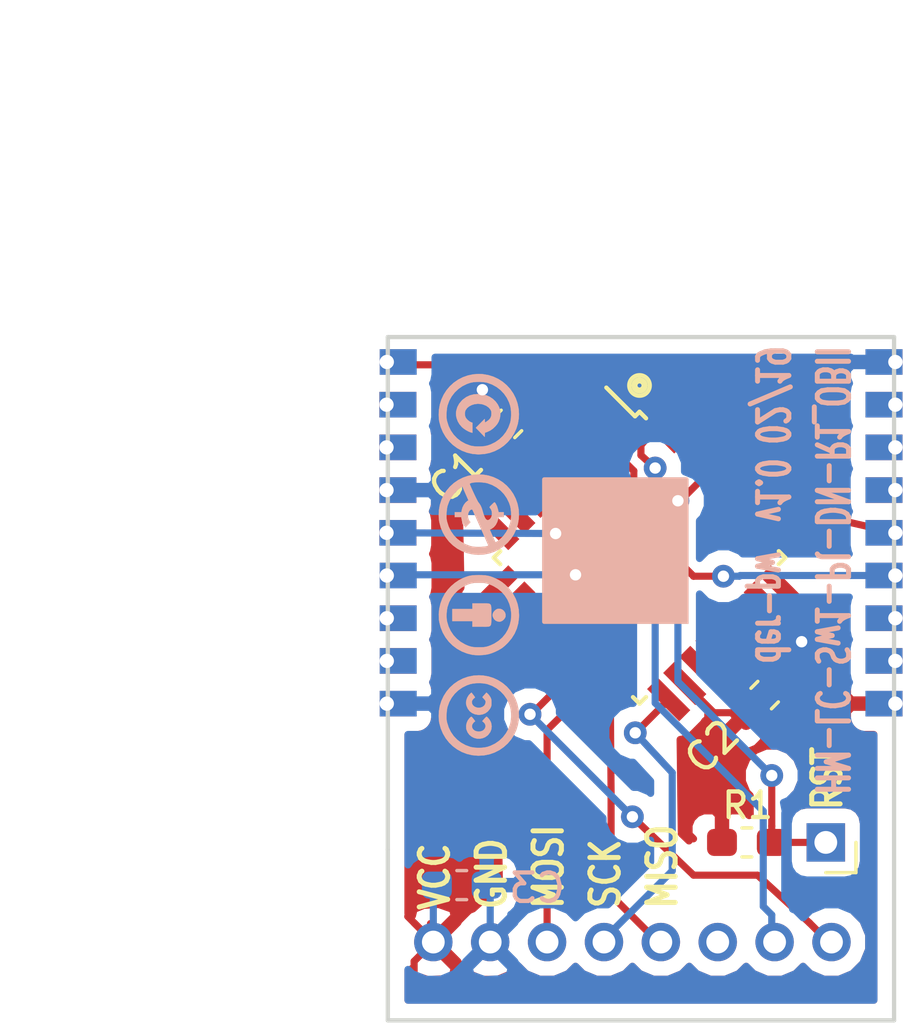
<source format=kicad_pcb>
(kicad_pcb (version 20171130) (host pcbnew "(5.0.0)")

  (general
    (thickness 1.6)
    (drawings 19)
    (tracks 122)
    (zones 0)
    (modules 9)
    (nets 38)
  )

  (page A4)
  (layers
    (0 F.Cu signal)
    (31 B.Cu signal)
    (32 B.Adhes user)
    (33 F.Adhes user)
    (34 B.Paste user)
    (35 F.Paste user)
    (36 B.SilkS user)
    (37 F.SilkS user)
    (38 B.Mask user)
    (39 F.Mask user)
    (40 Dwgs.User user)
    (41 Cmts.User user)
    (42 Eco1.User user)
    (43 Eco2.User user)
    (44 Edge.Cuts user)
    (45 Margin user)
    (46 B.CrtYd user)
    (47 F.CrtYd user)
    (48 B.Fab user)
    (49 F.Fab user)
  )

  (setup
    (last_trace_width 0.25)
    (trace_clearance 0.2)
    (zone_clearance 0.408)
    (zone_45_only no)
    (trace_min 0.2)
    (segment_width 0.15)
    (edge_width 0.15)
    (via_size 0.8)
    (via_drill 0.4)
    (via_min_size 0.4)
    (via_min_drill 0.3)
    (uvia_size 0.3)
    (uvia_drill 0.1)
    (uvias_allowed no)
    (uvia_min_size 0.2)
    (uvia_min_drill 0.1)
    (pcb_text_width 0.3)
    (pcb_text_size 1.5 1.5)
    (mod_edge_width 0.15)
    (mod_text_size 1 1)
    (mod_text_width 0.15)
    (pad_size 1.3 0.9)
    (pad_drill 0.5)
    (pad_to_mask_clearance 0.2)
    (aux_axis_origin 140.1 80)
    (visible_elements 7FFFFFFF)
    (pcbplotparams
      (layerselection 0x010f0_ffffffff)
      (usegerberextensions false)
      (usegerberattributes true)
      (usegerberadvancedattributes false)
      (creategerberjobfile false)
      (excludeedgelayer true)
      (linewidth 0.150000)
      (plotframeref false)
      (viasonmask false)
      (mode 1)
      (useauxorigin false)
      (hpglpennumber 1)
      (hpglpenspeed 20)
      (hpglpendiameter 15.000000)
      (psnegative false)
      (psa4output false)
      (plotreference true)
      (plotvalue true)
      (plotinvisibletext false)
      (padsonsilk false)
      (subtractmaskfromsilk false)
      (outputformat 1)
      (mirror false)
      (drillshape 0)
      (scaleselection 1)
      (outputdirectory "Gerber/"))
  )

  (net 0 "")
  (net 1 "Net-(U1-Pad7)")
  (net 2 "Net-(U1-Pad8)")
  (net 3 "Net-(U1-Pad9)")
  (net 4 "Net-(U1-Pad10)")
  (net 5 "Net-(U1-Pad13)")
  (net 6 "Net-(U1-Pad14)")
  (net 7 "Net-(U1-Pad15)")
  (net 8 "Net-(U1-Pad16)")
  (net 9 "Net-(U1-Pad17)")
  (net 10 "Net-(U1-Pad19)")
  (net 11 "Net-(U1-Pad22)")
  (net 12 "Net-(U1-Pad23)")
  (net 13 "Net-(U1-Pad24)")
  (net 14 "Net-(U1-Pad25)")
  (net 15 "Net-(U1-Pad26)")
  (net 16 "Net-(U1-Pad27)")
  (net 17 "Net-(U1-Pad28)")
  (net 18 "Net-(U1-Pad30)")
  (net 19 "Net-(U1-Pad31)")
  (net 20 "Net-(U1-Pad32)")
  (net 21 GND)
  (net 22 VCC)
  (net 23 "Net-(U2-Pad6)")
  (net 24 "Net-(J3-Pad1)")
  (net 25 /CONFIG)
  (net 26 /RELAY)
  (net 27 "Net-(U3-Pad2)")
  (net 28 "Net-(U3-Pad3)")
  (net 29 "Net-(U3-Pad6)")
  (net 30 "Net-(U3-Pad7)")
  (net 31 "Net-(U3-Pad8)")
  (net 32 "Net-(U3-Pad17)")
  (net 33 "Net-(U3-Pad16)")
  (net 34 "Net-(U3-Pad12)")
  (net 35 "Net-(U3-Pad11)")
  (net 36 /LED-G)
  (net 37 /BUTTON-1)

  (net_class Default "Dies ist die voreingestellte Netzklasse."
    (clearance 0.2)
    (trace_width 0.25)
    (via_dia 0.8)
    (via_drill 0.4)
    (uvia_dia 0.3)
    (uvia_drill 0.1)
    (add_net /BUTTON-1)
    (add_net /CONFIG)
    (add_net /LED-G)
    (add_net /RELAY)
    (add_net GND)
    (add_net "Net-(J3-Pad1)")
    (add_net "Net-(U1-Pad10)")
    (add_net "Net-(U1-Pad13)")
    (add_net "Net-(U1-Pad14)")
    (add_net "Net-(U1-Pad15)")
    (add_net "Net-(U1-Pad16)")
    (add_net "Net-(U1-Pad17)")
    (add_net "Net-(U1-Pad19)")
    (add_net "Net-(U1-Pad22)")
    (add_net "Net-(U1-Pad23)")
    (add_net "Net-(U1-Pad24)")
    (add_net "Net-(U1-Pad25)")
    (add_net "Net-(U1-Pad26)")
    (add_net "Net-(U1-Pad27)")
    (add_net "Net-(U1-Pad28)")
    (add_net "Net-(U1-Pad30)")
    (add_net "Net-(U1-Pad31)")
    (add_net "Net-(U1-Pad32)")
    (add_net "Net-(U1-Pad7)")
    (add_net "Net-(U1-Pad8)")
    (add_net "Net-(U1-Pad9)")
    (add_net "Net-(U2-Pad6)")
    (add_net "Net-(U3-Pad11)")
    (add_net "Net-(U3-Pad12)")
    (add_net "Net-(U3-Pad16)")
    (add_net "Net-(U3-Pad17)")
    (add_net "Net-(U3-Pad2)")
    (add_net "Net-(U3-Pad3)")
    (add_net "Net-(U3-Pad6)")
    (add_net "Net-(U3-Pad7)")
    (add_net "Net-(U3-Pad8)")
    (add_net VCC)
  )

  (module Connector_PinHeader_2.00mm:PinHeader_1x01_P2.00mm_Vertical (layer F.Cu) (tedit 5C548BBC) (tstamp 5C599B7D)
    (at 155.5 97.75 180)
    (descr "Through hole straight pin header, 1x01, 2.00mm pitch, single row")
    (tags "Through hole pin header THT 1x01 2.00mm single row")
    (path /5C51C959)
    (fp_text reference J3 (at 0 1.7 180) (layer F.SilkS) hide
      (effects (font (size 1 1) (thickness 0.15)))
    )
    (fp_text value Conn_01x01_Female (at 0 2.06 180) (layer F.Fab) hide
      (effects (font (size 1 1) (thickness 0.15)))
    )
    (fp_line (start -0.5 -1) (end 1 -1) (layer F.Fab) (width 0.1))
    (fp_line (start 1 -1) (end 1 1) (layer F.Fab) (width 0.1))
    (fp_line (start 1 1) (end -1 1) (layer F.Fab) (width 0.1))
    (fp_line (start -1 1) (end -1 -0.5) (layer F.Fab) (width 0.1))
    (fp_line (start -1 -0.5) (end -0.5 -1) (layer F.Fab) (width 0.1))
    (fp_line (start -1.06 0) (end -1.06 -1.06) (layer F.SilkS) (width 0.12))
    (fp_line (start -1.06 -1.06) (end 0 -1.06) (layer F.SilkS) (width 0.12))
    (fp_line (start -1.5 -1.5) (end -1.5 1.5) (layer F.CrtYd) (width 0.05))
    (fp_line (start -1.5 1.5) (end 1.5 1.5) (layer F.CrtYd) (width 0.05))
    (fp_line (start 1.5 1.5) (end 1.5 -1.5) (layer F.CrtYd) (width 0.05))
    (fp_line (start 1.5 -1.5) (end -1.5 -1.5) (layer F.CrtYd) (width 0.05))
    (fp_text user %R (at 0 0 270) (layer F.Fab)
      (effects (font (size 1 1) (thickness 0.15)))
    )
    (pad 1 thru_hole rect (at 0 0 180) (size 1.35 1.35) (drill 0.8) (layers *.Cu *.Mask)
      (net 24 "Net-(J3-Pad1)"))
  )

  (module Homebrew:CC1101 (layer F.Cu) (tedit 5C5495D0) (tstamp 5C5363D6)
    (at 140.2 103.75 90)
    (path /5C51A167)
    (fp_text reference U2 (at 8.25 2.9 90) (layer F.SilkS) hide
      (effects (font (size 1 1) (thickness 0.15)))
    )
    (fp_text value CC1101 (at 15.5 15 90) (layer F.Fab)
      (effects (font (size 1 1) (thickness 0.15)))
    )
    (pad 8 thru_hole circle (at 2.5 15.5 90) (size 1.35 1.35) (drill 0.8) (layers *.Cu *.Mask)
      (net 6 "Net-(U1-Pad14)"))
    (pad 1 thru_hole circle (at 2.5 1.5 90) (size 1.35 1.35) (drill 0.8) (layers *.Cu *.Mask)
      (net 22 VCC))
    (pad 2 thru_hole circle (at 2.5 3.5 90) (size 1.35 1.35) (drill 0.8) (layers *.Cu *.Mask)
      (net 21 GND))
    (pad 3 thru_hole circle (at 2.5 5.5 90) (size 1.35 1.35) (drill 0.8) (layers *.Cu *.Mask)
      (net 7 "Net-(U1-Pad15)"))
    (pad 4 thru_hole circle (at 2.5 7.5 90) (size 1.35 1.35) (drill 0.8) (layers *.Cu *.Mask)
      (net 9 "Net-(U1-Pad17)"))
    (pad 5 thru_hole circle (at 2.5 9.5 90) (size 1.35 1.35) (drill 0.8) (layers *.Cu *.Mask)
      (net 8 "Net-(U1-Pad16)"))
    (pad 6 thru_hole circle (at 2.5 11.5 90) (size 1.35 1.35) (drill 0.8) (layers *.Cu *.Mask)
      (net 23 "Net-(U2-Pad6)"))
    (pad 7 thru_hole circle (at 2.5 13.5 90) (size 1.35 1.35) (drill 0.8) (layers *.Cu *.Mask)
      (net 20 "Net-(U1-Pad32)"))
  )

  (module Package_QFP:TQFP-32_7x7mm_P0.8mm (layer F.Cu) (tedit 5C5496F3) (tstamp 5C599AFD)
    (at 148.95 87.75 315)
    (descr "32-Lead Plastic Thin Quad Flatpack (PT) - 7x7x1.0 mm Body, 2.00 mm [TQFP] (see Microchip Packaging Specification 00000049BS.pdf)")
    (tags "QFP 0.8")
    (path /5C519A4D)
    (attr smd)
    (fp_text reference U1 (at 0.106066 0.176777) (layer F.SilkS)
      (effects (font (size 1 1) (thickness 0.15)))
    )
    (fp_text value ATmega328P-AU (at 0 6.05 315) (layer F.Fab) hide
      (effects (font (size 1 1) (thickness 0.15)))
    )
    (fp_text user %R (at 0 0 315) (layer F.Fab)
      (effects (font (size 1 1) (thickness 0.15)))
    )
    (fp_line (start -2.5 -3.5) (end 3.5 -3.5) (layer F.Fab) (width 0.15))
    (fp_line (start 3.5 -3.5) (end 3.5 3.5) (layer F.Fab) (width 0.15))
    (fp_line (start 3.5 3.5) (end -3.5 3.5) (layer F.Fab) (width 0.15))
    (fp_line (start -3.5 3.5) (end -3.5 -2.5) (layer F.Fab) (width 0.15))
    (fp_line (start -3.5 -2.5) (end -2.5 -3.5) (layer F.Fab) (width 0.15))
    (fp_line (start -5.3 -5.3) (end -5.3 5.3) (layer F.CrtYd) (width 0.05))
    (fp_line (start 5.3 -5.3) (end 5.3 5.3) (layer F.CrtYd) (width 0.05))
    (fp_line (start -5.3 -5.3) (end 5.3 -5.3) (layer F.CrtYd) (width 0.05))
    (fp_line (start -5.3 5.3) (end 5.3 5.3) (layer F.CrtYd) (width 0.05))
    (fp_line (start -3.625 -3.625) (end -3.625 -3.4) (layer F.SilkS) (width 0.15))
    (fp_line (start 3.625 -3.625) (end 3.625 -3.299999) (layer F.SilkS) (width 0.15))
    (fp_line (start 3.625 3.625) (end 3.625 3.299999) (layer F.SilkS) (width 0.15))
    (fp_line (start -3.625 3.625) (end -3.625 3.299999) (layer F.SilkS) (width 0.15))
    (fp_line (start -3.625 -3.625) (end -3.299999 -3.625) (layer F.SilkS) (width 0.15))
    (fp_line (start -3.625 3.625) (end -3.299999 3.625) (layer F.SilkS) (width 0.15))
    (fp_line (start 3.625 3.625) (end 3.299999 3.625) (layer F.SilkS) (width 0.15))
    (fp_line (start 3.625 -3.625) (end 3.299999 -3.625) (layer F.SilkS) (width 0.15))
    (fp_line (start -3.625 -3.4) (end -5.05 -3.4) (layer F.SilkS) (width 0.15))
    (pad 1 smd rect (at -4.25 -2.8 315) (size 1.6 0.55) (layers F.Cu F.Paste F.Mask)
      (net 26 /RELAY))
    (pad 2 smd rect (at -4.25 -2 315) (size 1.6 0.55) (layers F.Cu F.Paste F.Mask)
      (net 36 /LED-G))
    (pad 3 smd rect (at -4.25 -1.2 315) (size 1.6 0.55) (layers F.Cu F.Paste F.Mask)
      (net 21 GND))
    (pad 4 smd rect (at -4.25 -0.4 315) (size 1.6 0.55) (layers F.Cu F.Paste F.Mask)
      (net 22 VCC))
    (pad 5 smd rect (at -4.25 0.4 315) (size 1.6 0.55) (layers F.Cu F.Paste F.Mask)
      (net 21 GND))
    (pad 6 smd rect (at -4.25 1.2 315) (size 1.6 0.55) (layers F.Cu F.Paste F.Mask)
      (net 22 VCC))
    (pad 7 smd rect (at -4.25 2 315) (size 1.6 0.55) (layers F.Cu F.Paste F.Mask)
      (net 1 "Net-(U1-Pad7)"))
    (pad 8 smd rect (at -4.25 2.8 315) (size 1.6 0.55) (layers F.Cu F.Paste F.Mask)
      (net 2 "Net-(U1-Pad8)"))
    (pad 9 smd rect (at -2.8 4.25 45) (size 1.6 0.55) (layers F.Cu F.Paste F.Mask)
      (net 3 "Net-(U1-Pad9)"))
    (pad 10 smd rect (at -2 4.25 45) (size 1.6 0.55) (layers F.Cu F.Paste F.Mask)
      (net 4 "Net-(U1-Pad10)"))
    (pad 11 smd rect (at -1.2 4.25 45) (size 1.6 0.55) (layers F.Cu F.Paste F.Mask)
      (net 37 /BUTTON-1))
    (pad 12 smd rect (at -0.4 4.25 45) (size 1.6 0.55) (layers F.Cu F.Paste F.Mask)
      (net 25 /CONFIG))
    (pad 13 smd rect (at 0.4 4.25 45) (size 1.6 0.55) (layers F.Cu F.Paste F.Mask)
      (net 5 "Net-(U1-Pad13)"))
    (pad 14 smd rect (at 1.2 4.25 45) (size 1.6 0.55) (layers F.Cu F.Paste F.Mask)
      (net 6 "Net-(U1-Pad14)"))
    (pad 15 smd rect (at 2 4.25 45) (size 1.6 0.55) (layers F.Cu F.Paste F.Mask)
      (net 7 "Net-(U1-Pad15)"))
    (pad 16 smd rect (at 2.8 4.25 45) (size 1.6 0.55) (layers F.Cu F.Paste F.Mask)
      (net 8 "Net-(U1-Pad16)"))
    (pad 17 smd rect (at 4.25 2.8 315) (size 1.6 0.55) (layers F.Cu F.Paste F.Mask)
      (net 9 "Net-(U1-Pad17)"))
    (pad 18 smd rect (at 4.25 2 315) (size 1.6 0.55) (layers F.Cu F.Paste F.Mask)
      (net 22 VCC))
    (pad 19 smd rect (at 4.25 1.2 315) (size 1.6 0.55) (layers F.Cu F.Paste F.Mask)
      (net 10 "Net-(U1-Pad19)"))
    (pad 20 smd rect (at 4.25 0.4 315) (size 1.6 0.55) (layers F.Cu F.Paste F.Mask)
      (net 22 VCC))
    (pad 21 smd rect (at 4.25 -0.4 315) (size 1.6 0.55) (layers F.Cu F.Paste F.Mask)
      (net 21 GND))
    (pad 22 smd rect (at 4.25 -1.2 315) (size 1.6 0.55) (layers F.Cu F.Paste F.Mask)
      (net 11 "Net-(U1-Pad22)"))
    (pad 23 smd rect (at 4.25 -2 315) (size 1.6 0.55) (layers F.Cu F.Paste F.Mask)
      (net 12 "Net-(U1-Pad23)"))
    (pad 24 smd rect (at 4.25 -2.8 315) (size 1.6 0.55) (layers F.Cu F.Paste F.Mask)
      (net 13 "Net-(U1-Pad24)"))
    (pad 25 smd rect (at 2.8 -4.25 45) (size 1.6 0.55) (layers F.Cu F.Paste F.Mask)
      (net 14 "Net-(U1-Pad25)"))
    (pad 26 smd rect (at 2 -4.25 45) (size 1.6 0.55) (layers F.Cu F.Paste F.Mask)
      (net 15 "Net-(U1-Pad26)"))
    (pad 27 smd rect (at 1.2 -4.25 45) (size 1.6 0.55) (layers F.Cu F.Paste F.Mask)
      (net 16 "Net-(U1-Pad27)"))
    (pad 28 smd rect (at 0.4 -4.25 45) (size 1.6 0.55) (layers F.Cu F.Paste F.Mask)
      (net 17 "Net-(U1-Pad28)"))
    (pad 29 smd rect (at -0.4 -4.25 45) (size 1.6 0.55) (layers F.Cu F.Paste F.Mask)
      (net 24 "Net-(J3-Pad1)"))
    (pad 30 smd rect (at -1.2 -4.25 45) (size 1.6 0.55) (layers F.Cu F.Paste F.Mask)
      (net 18 "Net-(U1-Pad30)"))
    (pad 31 smd rect (at -2 -4.25 45) (size 1.6 0.55) (layers F.Cu F.Paste F.Mask)
      (net 19 "Net-(U1-Pad31)"))
    (pad 32 smd rect (at -2.8 -4.25 45) (size 1.6 0.55) (layers F.Cu F.Paste F.Mask)
      (net 20 "Net-(U1-Pad32)"))
    (model ${KISYS3DMOD}/Package_QFP.3dshapes/TQFP-32_7x7mm_P0.8mm.wrl
      (at (xyz 0 0 0))
      (scale (xyz 1 1 1))
      (rotate (xyz 0 0 0))
    )
  )

  (module Capacitor_SMD:C_0603_1608Metric_Pad1.05x0.95mm_HandSolder (layer F.Cu) (tedit 5B301BBE) (tstamp 5C599BB5)
    (at 144.325 83.05 45)
    (descr "Capacitor SMD 0603 (1608 Metric), square (rectangular) end terminal, IPC_7351 nominal with elongated pad for handsoldering. (Body size source: http://www.tortai-tech.com/upload/download/2011102023233369053.pdf), generated with kicad-footprint-generator")
    (tags "capacitor handsolder")
    (path /5C519C05)
    (attr smd)
    (fp_text reference C1 (at -2.598617 0.017678 45) (layer F.SilkS)
      (effects (font (size 1 1) (thickness 0.15)))
    )
    (fp_text value 100n (at 0 1.43 45) (layer F.Fab)
      (effects (font (size 1 1) (thickness 0.15)))
    )
    (fp_text user %R (at 0 0 45) (layer F.Fab)
      (effects (font (size 0.4 0.4) (thickness 0.06)))
    )
    (fp_line (start 1.65 0.73) (end -1.65 0.73) (layer F.CrtYd) (width 0.05))
    (fp_line (start 1.65 -0.73) (end 1.65 0.73) (layer F.CrtYd) (width 0.05))
    (fp_line (start -1.65 -0.73) (end 1.65 -0.73) (layer F.CrtYd) (width 0.05))
    (fp_line (start -1.65 0.73) (end -1.65 -0.73) (layer F.CrtYd) (width 0.05))
    (fp_line (start -0.171267 0.51) (end 0.171267 0.51) (layer F.SilkS) (width 0.12))
    (fp_line (start -0.171267 -0.51) (end 0.171267 -0.51) (layer F.SilkS) (width 0.12))
    (fp_line (start 0.8 0.4) (end -0.8 0.4) (layer F.Fab) (width 0.1))
    (fp_line (start 0.8 -0.4) (end 0.8 0.4) (layer F.Fab) (width 0.1))
    (fp_line (start -0.8 -0.4) (end 0.8 -0.4) (layer F.Fab) (width 0.1))
    (fp_line (start -0.8 0.4) (end -0.8 -0.4) (layer F.Fab) (width 0.1))
    (pad 2 smd roundrect (at 0.874999 0 45) (size 1.05 0.95) (layers F.Cu F.Paste F.Mask) (roundrect_rratio 0.25)
      (net 21 GND))
    (pad 1 smd roundrect (at -0.874999 0 45) (size 1.05 0.95) (layers F.Cu F.Paste F.Mask) (roundrect_rratio 0.25)
      (net 22 VCC))
    (model ${KISYS3DMOD}/Capacitor_SMD.3dshapes/C_0603_1608Metric.wrl
      (at (xyz 0 0 0))
      (scale (xyz 1 1 1))
      (rotate (xyz 0 0 0))
    )
  )

  (module Capacitor_SMD:C_0603_1608Metric_Pad1.05x0.95mm_HandSolder (layer F.Cu) (tedit 5B301BBE) (tstamp 5C599BE5)
    (at 153.35 92.575 45)
    (descr "Capacitor SMD 0603 (1608 Metric), square (rectangular) end terminal, IPC_7351 nominal with elongated pad for handsoldering. (Body size source: http://www.tortai-tech.com/upload/download/2011102023233369053.pdf), generated with kicad-footprint-generator")
    (tags "capacitor handsolder")
    (path /5C519B9E)
    (attr smd)
    (fp_text reference C2 (at -2.598617 -0.017678 45) (layer F.SilkS)
      (effects (font (size 1 1) (thickness 0.15)))
    )
    (fp_text value 100n (at 0 1.43 45) (layer F.Fab)
      (effects (font (size 1 1) (thickness 0.15)))
    )
    (fp_line (start -0.8 0.4) (end -0.8 -0.4) (layer F.Fab) (width 0.1))
    (fp_line (start -0.8 -0.4) (end 0.8 -0.4) (layer F.Fab) (width 0.1))
    (fp_line (start 0.8 -0.4) (end 0.8 0.4) (layer F.Fab) (width 0.1))
    (fp_line (start 0.8 0.4) (end -0.8 0.4) (layer F.Fab) (width 0.1))
    (fp_line (start -0.171267 -0.51) (end 0.171267 -0.51) (layer F.SilkS) (width 0.12))
    (fp_line (start -0.171267 0.51) (end 0.171267 0.51) (layer F.SilkS) (width 0.12))
    (fp_line (start -1.65 0.73) (end -1.65 -0.73) (layer F.CrtYd) (width 0.05))
    (fp_line (start -1.65 -0.73) (end 1.65 -0.73) (layer F.CrtYd) (width 0.05))
    (fp_line (start 1.65 -0.73) (end 1.65 0.73) (layer F.CrtYd) (width 0.05))
    (fp_line (start 1.65 0.73) (end -1.65 0.73) (layer F.CrtYd) (width 0.05))
    (fp_text user %R (at 0 0 45) (layer F.Fab)
      (effects (font (size 0.4 0.4) (thickness 0.06)))
    )
    (pad 1 smd roundrect (at -0.874999 0 45) (size 1.05 0.95) (layers F.Cu F.Paste F.Mask) (roundrect_rratio 0.25)
      (net 22 VCC))
    (pad 2 smd roundrect (at 0.874999 0 45) (size 1.05 0.95) (layers F.Cu F.Paste F.Mask) (roundrect_rratio 0.25)
      (net 21 GND))
    (model ${KISYS3DMOD}/Capacitor_SMD.3dshapes/C_0603_1608Metric.wrl
      (at (xyz 0 0 0))
      (scale (xyz 1 1 1))
      (rotate (xyz 0 0 0))
    )
  )

  (module Capacitor_SMD:C_0603_1608Metric_Pad1.05x0.95mm_HandSolder (layer B.Cu) (tedit 5B301BBE) (tstamp 5C535F0B)
    (at 142.7 99.25)
    (descr "Capacitor SMD 0603 (1608 Metric), square (rectangular) end terminal, IPC_7351 nominal with elongated pad for handsoldering. (Body size source: http://www.tortai-tech.com/upload/download/2011102023233369053.pdf), generated with kicad-footprint-generator")
    (tags "capacitor handsolder")
    (path /5C51B23F)
    (attr smd)
    (fp_text reference C3 (at 2.65 0.1) (layer B.SilkS)
      (effects (font (size 1 1) (thickness 0.15)) (justify mirror))
    )
    (fp_text value 100n (at 0 -1.5) (layer B.Fab)
      (effects (font (size 1 1) (thickness 0.15)) (justify mirror))
    )
    (fp_line (start -0.8 -0.4) (end -0.8 0.4) (layer B.Fab) (width 0.1))
    (fp_line (start -0.8 0.4) (end 0.8 0.4) (layer B.Fab) (width 0.1))
    (fp_line (start 0.8 0.4) (end 0.8 -0.4) (layer B.Fab) (width 0.1))
    (fp_line (start 0.8 -0.4) (end -0.8 -0.4) (layer B.Fab) (width 0.1))
    (fp_line (start -0.171267 0.51) (end 0.171267 0.51) (layer B.SilkS) (width 0.12))
    (fp_line (start -0.171267 -0.51) (end 0.171267 -0.51) (layer B.SilkS) (width 0.12))
    (fp_line (start -1.65 -0.73) (end -1.65 0.73) (layer B.CrtYd) (width 0.05))
    (fp_line (start -1.65 0.73) (end 1.65 0.73) (layer B.CrtYd) (width 0.05))
    (fp_line (start 1.65 0.73) (end 1.65 -0.73) (layer B.CrtYd) (width 0.05))
    (fp_line (start 1.65 -0.73) (end -1.65 -0.73) (layer B.CrtYd) (width 0.05))
    (fp_text user %R (at 0 0.025) (layer B.Fab)
      (effects (font (size 0.4 0.4) (thickness 0.06)) (justify mirror))
    )
    (pad 1 smd roundrect (at -0.875 0) (size 1.05 0.95) (layers B.Cu B.Paste B.Mask) (roundrect_rratio 0.25)
      (net 22 VCC))
    (pad 2 smd roundrect (at 0.875 0) (size 1.05 0.95) (layers B.Cu B.Paste B.Mask) (roundrect_rratio 0.25)
      (net 21 GND))
    (model ${KISYS3DMOD}/Capacitor_SMD.3dshapes/C_0603_1608Metric.wrl
      (at (xyz 0 0 0))
      (scale (xyz 1 1 1))
      (rotate (xyz 0 0 0))
    )
  )

  (module Resistor_SMD:R_0603_1608Metric_Pad1.05x0.95mm_HandSolder (layer F.Cu) (tedit 5C548B8E) (tstamp 5C59977C)
    (at 152.725 97.75)
    (descr "Resistor SMD 0603 (1608 Metric), square (rectangular) end terminal, IPC_7351 nominal with elongated pad for handsoldering. (Body size source: http://www.tortai-tech.com/upload/download/2011102023233369053.pdf), generated with kicad-footprint-generator")
    (tags "resistor handsolder")
    (path /5C51BEEA)
    (attr smd)
    (fp_text reference R1 (at 0.025 -1.3) (layer F.SilkS)
      (effects (font (size 0.9 0.9) (thickness 0.15)))
    )
    (fp_text value 10k (at 0 1.43) (layer F.Fab)
      (effects (font (size 1 1) (thickness 0.15)))
    )
    (fp_line (start -0.8 0.4) (end -0.8 -0.4) (layer F.Fab) (width 0.1))
    (fp_line (start -0.8 -0.4) (end 0.8 -0.4) (layer F.Fab) (width 0.1))
    (fp_line (start 0.8 -0.4) (end 0.8 0.4) (layer F.Fab) (width 0.1))
    (fp_line (start 0.8 0.4) (end -0.8 0.4) (layer F.Fab) (width 0.1))
    (fp_line (start -0.171267 -0.51) (end 0.171267 -0.51) (layer F.SilkS) (width 0.12))
    (fp_line (start -0.171267 0.51) (end 0.171267 0.51) (layer F.SilkS) (width 0.12))
    (fp_line (start -1.65 0.73) (end -1.65 -0.73) (layer F.CrtYd) (width 0.05))
    (fp_line (start -1.65 -0.73) (end 1.65 -0.73) (layer F.CrtYd) (width 0.05))
    (fp_line (start 1.65 -0.73) (end 1.65 0.73) (layer F.CrtYd) (width 0.05))
    (fp_line (start 1.65 0.73) (end -1.65 0.73) (layer F.CrtYd) (width 0.05))
    (fp_text user %R (at 0 0) (layer F.Fab)
      (effects (font (size 0.4 0.4) (thickness 0.06)))
    )
    (pad 1 smd roundrect (at -0.875 0) (size 1.05 0.95) (layers F.Cu F.Paste F.Mask) (roundrect_rratio 0.25)
      (net 22 VCC))
    (pad 2 smd roundrect (at 0.875 0) (size 1.05 0.95) (layers F.Cu F.Paste F.Mask) (roundrect_rratio 0.25)
      (net 24 "Net-(J3-Pad1)"))
    (model ${KISYS3DMOD}/Resistor_SMD.3dshapes/R_0603_1608Metric.wrl
      (at (xyz 0 0 0))
      (scale (xyz 1 1 1))
      (rotate (xyz 0 0 0))
    )
  )

  (module Homebrew:ESP-WROOM-02-Dukos (layer F.Cu) (tedit 5C5475DF) (tstamp 5C5461C1)
    (at 148.975 86.875 180)
    (descr http://espressif.com/sites/default/files/documentation/0c-esp-wroom-02_datasheet_en.pdf)
    (tags "ESP WROOM-02 espressif esp8266ex")
    (path /5C5415E2)
    (attr smd)
    (fp_text reference U3 (at 0 -14.1 180) (layer F.SilkS) hide
      (effects (font (size 1 1) (thickness 0.15)))
    )
    (fp_text value WROOM-02-DUKOS (at 0 8.4 180) (layer F.Fab)
      (effects (font (size 1 1) (thickness 0.15)))
    )
    (fp_line (start 9 6.9) (end 8.98 -6.7) (layer F.Fab) (width 0.1))
    (fp_line (start -9 6.9) (end 9 6.9) (layer F.Fab) (width 0.1))
    (fp_line (start -9 -5.55) (end -9 6.9) (layer F.Fab) (width 0.1))
    (fp_line (start -8.88 -6.45) (end -8.38 -6) (layer F.Fab) (width 0.1))
    (fp_line (start -8.38 -6) (end -8.88 -5.55) (layer F.Fab) (width 0.1))
    (pad 1 thru_hole rect (at -8.97 -6 180) (size 1.3 0.9) (drill 0.5 (offset 0.4 0)) (layers *.Cu *.Mask)
      (net 22 VCC))
    (pad 2 thru_hole rect (at -8.97 -4.5 180) (size 1.3 0.9) (drill 0.5 (offset 0.4 0)) (layers *.Cu *.Mask)
      (net 27 "Net-(U3-Pad2)"))
    (pad 3 thru_hole rect (at -8.97 -3 180) (size 1.3 0.9) (drill 0.5 (offset 0.4 0)) (layers *.Cu *.Mask)
      (net 28 "Net-(U3-Pad3)"))
    (pad 4 thru_hole rect (at -8.97 -1.5 180) (size 1.3 0.9) (drill 0.5 (offset 0.4 0)) (layers *.Cu *.Mask)
      (net 36 /LED-G))
    (pad 5 thru_hole rect (at -8.97 0 180) (size 1.3 0.9) (drill 0.5 (offset 0.4 0)) (layers *.Cu *.Mask)
      (net 26 /RELAY))
    (pad 6 thru_hole rect (at -8.97 1.5 180) (size 1.3 0.9) (drill 0.5 (offset 0.4 0)) (layers *.Cu *.Mask)
      (net 29 "Net-(U3-Pad6)"))
    (pad 7 thru_hole rect (at -8.97 3 180) (size 1.3 0.9) (drill 0.5 (offset 0.4 0)) (layers *.Cu *.Mask)
      (net 30 "Net-(U3-Pad7)"))
    (pad 8 thru_hole rect (at -8.97 4.5 180) (size 1.3 0.9) (drill 0.5 (offset 0.4 0)) (layers *.Cu *.Mask)
      (net 31 "Net-(U3-Pad8)"))
    (pad 9 thru_hole rect (at -8.97 6 180) (size 1.3 0.9) (drill 0.5 (offset 0.4 0)) (layers *.Cu *.Mask)
      (net 21 GND))
    (pad 18 thru_hole rect (at 8.91 -6) (size 1.3 0.9) (drill 0.5 (offset 0.4 0)) (layers *.Cu *.Mask)
      (net 21 GND))
    (pad 17 thru_hole rect (at 8.91 -4.5) (size 1.3 0.9) (drill 0.5 (offset 0.4 0)) (layers *.Cu *.Mask)
      (net 32 "Net-(U3-Pad17)"))
    (pad 16 thru_hole rect (at 8.91 -3) (size 1.3 0.9) (drill 0.5 (offset 0.4 0)) (layers *.Cu *.Mask)
      (net 33 "Net-(U3-Pad16)"))
    (pad 15 thru_hole rect (at 8.91 -1.5) (size 1.3 0.9) (drill 0.5 (offset 0.4 0)) (layers *.Cu *.Mask)
      (net 25 /CONFIG))
    (pad 14 thru_hole rect (at 8.92 0) (size 1.3 0.9) (drill 0.5 (offset 0.4 0)) (layers *.Cu *.Mask)
      (net 37 /BUTTON-1))
    (pad 13 thru_hole rect (at 8.92 1.5) (size 1.3 0.9) (drill 0.5 (offset 0.4 0)) (layers *.Cu *.Mask)
      (net 21 GND))
    (pad 12 thru_hole rect (at 8.92 3) (size 1.3 0.9) (drill 0.5 (offset 0.4 0)) (layers *.Cu *.Mask)
      (net 34 "Net-(U3-Pad12)"))
    (pad 11 thru_hole rect (at 8.92 4.5) (size 1.3 0.9) (drill 0.5 (offset 0.4 0)) (layers *.Cu *.Mask)
      (net 35 "Net-(U3-Pad11)"))
    (pad 10 thru_hole rect (at 8.91 6) (size 1.3 0.9) (drill 0.5 (offset 0.4 0)) (layers *.Cu *.Mask)
      (net 26 /RELAY))
  )

  (module Homebrew:CC-BY-NC-SA (layer B.Cu) (tedit 0) (tstamp 5C54DAAE)
    (at 143.3 88 90)
    (fp_text reference G*** (at 0 0 90) (layer B.SilkS) hide
      (effects (font (size 1.524 1.524) (thickness 0.3)) (justify mirror))
    )
    (fp_text value CC-BY-NC-SA (at 0.75 0 90) (layer B.SilkS) hide
      (effects (font (size 1.524 1.524) (thickness 0.3)) (justify mirror))
    )
    (fp_poly (pts (xy -5.095474 1.397689) (xy -4.907674 1.358606) (xy -4.73004 1.295635) (xy -4.564347 1.210552)
      (xy -4.412367 1.105129) (xy -4.275876 0.981141) (xy -4.156647 0.840362) (xy -4.056455 0.684566)
      (xy -3.977073 0.515528) (xy -3.920275 0.33502) (xy -3.887836 0.144817) (xy -3.880555 0)
      (xy -3.893955 -0.19654) (xy -3.932977 -0.384514) (xy -3.995858 -0.562176) (xy -4.080834 -0.727779)
      (xy -4.186143 -0.879576) (xy -4.31002 -1.015821) (xy -4.450703 -1.134766) (xy -4.606427 -1.234666)
      (xy -4.775429 -1.313772) (xy -4.955945 -1.370338) (xy -5.146213 -1.402618) (xy -5.303809 -1.409786)
      (xy -5.379409 -1.407246) (xy -5.456951 -1.401545) (xy -5.524408 -1.393683) (xy -5.550952 -1.389185)
      (xy -5.744257 -1.337178) (xy -5.924345 -1.261649) (xy -6.089659 -1.164475) (xy -6.23864 -1.047536)
      (xy -6.369733 -0.91271) (xy -6.481377 -0.761875) (xy -6.572018 -0.596909) (xy -6.640096 -0.419693)
      (xy -6.684054 -0.232103) (xy -6.702131 -0.038188) (xy -6.428661 -0.038188) (xy -6.421105 -0.158178)
      (xy -6.404211 -0.265208) (xy -6.395305 -0.300556) (xy -6.332464 -0.470901) (xy -6.246661 -0.626139)
      (xy -6.139763 -0.764586) (xy -6.013634 -0.884555) (xy -5.870139 -0.984364) (xy -5.711143 -1.062328)
      (xy -5.53851 -1.116762) (xy -5.477498 -1.129526) (xy -5.409722 -1.136735) (xy -5.32354 -1.138348)
      (xy -5.228098 -1.134892) (xy -5.13254 -1.126891) (xy -5.046011 -1.114873) (xy -4.98364 -1.101121)
      (xy -4.817185 -1.039533) (xy -4.664162 -0.954203) (xy -4.526659 -0.847229) (xy -4.406758 -0.720707)
      (xy -4.306544 -0.576736) (xy -4.228103 -0.417414) (xy -4.188028 -0.300556) (xy -4.167572 -0.201077)
      (xy -4.156453 -0.084863) (xy -4.154672 0.038187) (xy -4.162228 0.158177) (xy -4.179122 0.265208)
      (xy -4.188028 0.300555) (xy -4.250919 0.470777) (xy -4.337112 0.626354) (xy -4.444746 0.765427)
      (xy -4.571964 0.886138) (xy -4.716908 0.986627) (xy -4.877717 1.065037) (xy -4.991111 1.103638)
      (xy -5.09059 1.124094) (xy -5.206804 1.135213) (xy -5.329854 1.136994) (xy -5.449844 1.129438)
      (xy -5.556875 1.112544) (xy -5.592222 1.103638) (xy -5.762444 1.040747) (xy -5.918021 0.954555)
      (xy -6.057094 0.84692) (xy -6.177805 0.719702) (xy -6.278294 0.574759) (xy -6.356704 0.413949)
      (xy -6.395305 0.300555) (xy -6.415761 0.201076) (xy -6.42688 0.084863) (xy -6.428661 -0.038188)
      (xy -6.702131 -0.038188) (xy -6.702334 -0.036018) (xy -6.702778 0) (xy -6.689356 0.196192)
      (xy -6.650273 0.383992) (xy -6.587302 0.561626) (xy -6.502219 0.72732) (xy -6.396796 0.879299)
      (xy -6.272808 1.01579) (xy -6.132029 1.135019) (xy -5.976233 1.235212) (xy -5.807195 1.314594)
      (xy -5.626687 1.371391) (xy -5.436484 1.40383) (xy -5.291667 1.411111) (xy -5.095474 1.397689)) (layer B.SilkS) (width 0.01))
    (fp_poly (pts (xy -1.562247 1.400093) (xy -1.370809 1.360616) (xy -1.189868 1.294964) (xy -1.019716 1.203254)
      (xy -0.860646 1.085605) (xy -0.792513 1.023996) (xy -0.694395 0.923217) (xy -0.615066 0.825295)
      (xy -0.547816 0.721) (xy -0.487619 0.604682) (xy -0.441459 0.500653) (xy -0.407546 0.407184)
      (xy -0.384227 0.316365) (xy -0.369849 0.220288) (xy -0.36276 0.111044) (xy -0.361232 0)
      (xy -0.363125 -0.116458) (xy -0.369346 -0.212916) (xy -0.38141 -0.297454) (xy -0.400833 -0.378154)
      (xy -0.429131 -0.463098) (xy -0.465149 -0.553963) (xy -0.537678 -0.697371) (xy -0.633138 -0.838428)
      (xy -0.746457 -0.971249) (xy -0.872566 -1.089953) (xy -1.006393 -1.188658) (xy -1.019126 -1.196658)
      (xy -1.184609 -1.283575) (xy -1.362335 -1.348502) (xy -1.547315 -1.390465) (xy -1.734558 -1.408488)
      (xy -1.919073 -1.401595) (xy -2.004464 -1.389285) (xy -2.198496 -1.340339) (xy -2.380167 -1.266974)
      (xy -2.547743 -1.170915) (xy -2.699491 -1.053886) (xy -2.833677 -0.917614) (xy -2.948567 -0.763823)
      (xy -3.042428 -0.594239) (xy -3.113527 -0.410586) (xy -3.154808 -0.244495) (xy -3.169277 -0.127889)
      (xy -3.173123 0) (xy -2.898936 0) (xy -2.896124 -0.113339) (xy -2.887238 -0.207593)
      (xy -2.870377 -0.291587) (xy -2.84364 -0.374149) (xy -2.805126 -0.464105) (xy -2.793845 -0.48793)
      (xy -2.705347 -0.6405) (xy -2.595486 -0.776609) (xy -2.467015 -0.894211) (xy -2.322686 -0.991263)
      (xy -2.165252 -1.06572) (xy -1.997467 -1.115539) (xy -1.932667 -1.127416) (xy -1.833564 -1.135794)
      (xy -1.719885 -1.134504) (xy -1.603309 -1.124235) (xy -1.495516 -1.105674) (xy -1.473479 -1.100378)
      (xy -1.310441 -1.044388) (xy -1.15818 -0.963629) (xy -1.019512 -0.86041) (xy -0.897258 -0.737038)
      (xy -0.794234 -0.595822) (xy -0.741562 -0.500945) (xy -0.697607 -0.406197) (xy -0.666394 -0.322373)
      (xy -0.645938 -0.240642) (xy -0.634251 -0.152177) (xy -0.629349 -0.048149) (xy -0.628841 0)
      (xy -0.630708 0.110602) (xy -0.638507 0.202379) (xy -0.654341 0.28447) (xy -0.68031 0.366009)
      (xy -0.718515 0.456133) (xy -0.747806 0.517357) (xy -0.837169 0.6681) (xy -0.946995 0.800848)
      (xy -1.074845 0.914099) (xy -1.218279 1.006351) (xy -1.374859 1.076102) (xy -1.542147 1.121852)
      (xy -1.717704 1.142098) (xy -1.763889 1.143) (xy -1.941178 1.129554) (xy -2.110825 1.09022)
      (xy -2.270392 1.026497) (xy -2.417439 0.939888) (xy -2.549529 0.831893) (xy -2.664223 0.704016)
      (xy -2.759082 0.557757) (xy -2.779972 0.517357) (xy -2.826425 0.417827) (xy -2.859396 0.3323)
      (xy -2.880986 0.251639) (xy -2.893296 0.166708) (xy -2.898427 0.068371) (xy -2.898936 0)
      (xy -3.173123 0) (xy -3.173238 0.00379) (xy -3.167083 0.139581) (xy -3.151203 0.268522)
      (xy -3.1335 0.352777) (xy -3.09955 0.459968) (xy -3.052468 0.575672) (xy -2.997223 0.689142)
      (xy -2.938783 0.789633) (xy -2.9159 0.823404) (xy -2.87887 0.870387) (xy -2.828516 0.927783)
      (xy -2.77248 0.987109) (xy -2.735264 1.023996) (xy -2.581295 1.153323) (xy -2.416112 1.256763)
      (xy -2.240007 1.334198) (xy -2.053274 1.385512) (xy -1.856205 1.410587) (xy -1.763889 1.413278)
      (xy -1.562247 1.400093)) (layer B.SilkS) (width 0.01))
    (fp_poly (pts (xy 1.960081 1.397689) (xy 2.147881 1.358606) (xy 2.325515 1.295635) (xy 2.491209 1.210552)
      (xy 2.643188 1.105129) (xy 2.77968 0.981141) (xy 2.898908 0.840362) (xy 2.999101 0.684566)
      (xy 3.078483 0.515528) (xy 3.135281 0.33502) (xy 3.16772 0.144817) (xy 3.175 0)
      (xy 3.161601 -0.19654) (xy 3.122579 -0.384514) (xy 3.059698 -0.562176) (xy 2.974721 -0.727779)
      (xy 2.869413 -0.879576) (xy 2.745535 -1.015821) (xy 2.604853 -1.134766) (xy 2.449129 -1.234666)
      (xy 2.280127 -1.313772) (xy 2.09961 -1.370338) (xy 1.909343 -1.402618) (xy 1.751747 -1.409786)
      (xy 1.676146 -1.407246) (xy 1.598605 -1.401545) (xy 1.531147 -1.393683) (xy 1.504604 -1.389185)
      (xy 1.311299 -1.337178) (xy 1.131211 -1.261649) (xy 0.965897 -1.164475) (xy 0.816915 -1.047536)
      (xy 0.685823 -0.91271) (xy 0.574178 -0.761875) (xy 0.483538 -0.596909) (xy 0.41546 -0.419693)
      (xy 0.371502 -0.232103) (xy 0.353221 -0.036018) (xy 0.352952 -0.014112) (xy 0.628651 -0.014112)
      (xy 0.630439 -0.10484) (xy 0.635657 -0.17665) (xy 0.64533 -0.238746) (xy 0.660484 -0.300328)
      (xy 0.660548 -0.300556) (xy 0.722733 -0.470161) (xy 0.808004 -0.624932) (xy 0.914455 -0.763148)
      (xy 1.040181 -0.883087) (xy 1.183276 -0.983027) (xy 1.341835 -1.061247) (xy 1.513952 -1.116025)
      (xy 1.578058 -1.129526) (xy 1.645834 -1.136735) (xy 1.732016 -1.138348) (xy 1.827458 -1.134892)
      (xy 1.923016 -1.126891) (xy 2.009544 -1.114873) (xy 2.071915 -1.101121) (xy 2.233357 -1.041116)
      (xy 2.385607 -0.956747) (xy 2.524265 -0.85117) (xy 2.644928 -0.727543) (xy 2.707388 -0.645244)
      (xy 2.753489 -0.577877) (xy 2.70332 -0.556915) (xy 2.672519 -0.543729) (xy 2.622048 -0.521771)
      (xy 2.558033 -0.49372) (xy 2.486599 -0.462255) (xy 2.459214 -0.450151) (xy 2.265277 -0.364349)
      (xy 2.244386 -0.397369) (xy 2.185688 -0.466848) (xy 2.106549 -0.526828) (xy 2.014282 -0.572924)
      (xy 1.916199 -0.600748) (xy 1.901472 -0.603069) (xy 1.848556 -0.610494) (xy 1.848556 -0.846667)
      (xy 1.679222 -0.846667) (xy 1.679222 -0.610614) (xy 1.617696 -0.602181) (xy 1.545824 -0.58655)
      (xy 1.471036 -0.560829) (xy 1.40422 -0.529318) (xy 1.361722 -0.501107) (xy 1.319389 -0.465781)
      (xy 1.40908 -0.380004) (xy 1.498771 -0.294226) (xy 1.529024 -0.322562) (xy 1.584206 -0.35712)
      (xy 1.655254 -0.377353) (xy 1.733332 -0.382582) (xy 1.809603 -0.372129) (xy 1.869496 -0.348696)
      (xy 1.908529 -0.319073) (xy 1.935796 -0.284201) (xy 1.947308 -0.25102) (xy 1.9395 -0.226865)
      (xy 1.92528 -0.219638) (xy 1.888277 -0.202368) (xy 1.831523 -0.176408) (xy 1.758052 -0.143111)
      (xy 1.6709 -0.103831) (xy 1.573099 -0.05992) (xy 1.467685 -0.012734) (xy 1.357691 0.036376)
      (xy 1.246151 0.086056) (xy 1.1361 0.134952) (xy 1.030572 0.181712) (xy 0.932601 0.224981)
      (xy 0.845221 0.263406) (xy 0.771466 0.295635) (xy 0.714371 0.320312) (xy 0.68294 0.333621)
      (xy 0.669824 0.325733) (xy 0.657458 0.293856) (xy 0.646504 0.242223) (xy 0.637623 0.175065)
      (xy 0.631475 0.096617) (xy 0.628722 0.01111) (xy 0.628651 -0.014112) (xy 0.352952 -0.014112)
      (xy 0.352778 0) (xy 0.3662 0.196192) (xy 0.405283 0.383992) (xy 0.468253 0.561626)
      (xy 0.481334 0.587101) (xy 0.792527 0.587101) (xy 0.793652 0.584533) (xy 0.808466 0.576568)
      (xy 0.844699 0.559299) (xy 0.897928 0.534769) (xy 0.963733 0.505024) (xy 1.017967 0.480836)
      (xy 1.234722 0.384699) (xy 1.265429 0.443765) (xy 1.323748 0.526124) (xy 1.404399 0.594655)
      (xy 1.503917 0.646978) (xy 1.606423 0.67817) (xy 1.679222 0.693783) (xy 1.679222 0.874888)
      (xy 1.848556 0.874888) (xy 1.848556 0.694506) (xy 1.946967 0.672282) (xy 2.060336 0.637753)
      (xy 2.153008 0.590622) (xy 2.179581 0.571638) (xy 2.191594 0.56041) (xy 2.194158 0.54844)
      (xy 2.184644 0.531004) (xy 2.160424 0.503376) (xy 2.118868 0.460832) (xy 2.116731 0.458675)
      (xy 2.073887 0.415866) (xy 2.045866 0.390437) (xy 2.027646 0.379699) (xy 2.014207 0.380966)
      (xy 2.000528 0.39155) (xy 1.997179 0.394681) (xy 1.938985 0.434204) (xy 1.870746 0.456986)
      (xy 1.798146 0.463866) (xy 1.72687 0.455681) (xy 1.662602 0.43327) (xy 1.611026 0.397471)
      (xy 1.577826 0.349121) (xy 1.572234 0.332032) (xy 1.572328 0.293716) (xy 1.593674 0.258186)
      (xy 1.637735 0.224521) (xy 1.705977 0.191797) (xy 1.799862 0.159093) (xy 1.885528 0.134676)
      (xy 1.991935 0.101907) (xy 2.077914 0.064524) (xy 2.151244 0.018728) (xy 2.194692 -0.016368)
      (xy 2.21677 -0.030535) (xy 2.259559 -0.05366) (xy 2.318636 -0.083672) (xy 2.389579 -0.118502)
      (xy 2.467964 -0.156079) (xy 2.549369 -0.194331) (xy 2.62937 -0.23119) (xy 2.703544 -0.264584)
      (xy 2.767469 -0.292442) (xy 2.816721 -0.312695) (xy 2.846878 -0.323272) (xy 2.852565 -0.324329)
      (xy 2.86083 -0.312031) (xy 2.872385 -0.280127) (xy 2.880787 -0.250473) (xy 2.893109 -0.178434)
      (xy 2.89951 -0.087549) (xy 2.900202 0.01348) (xy 2.895396 0.11595) (xy 2.885305 0.211159)
      (xy 2.870139 0.290406) (xy 2.867389 0.300555) (xy 2.80481 0.470409) (xy 2.718867 0.625762)
      (xy 2.611445 0.764732) (xy 2.484423 0.885437) (xy 2.339683 0.985996) (xy 2.179107 1.064526)
      (xy 2.064444 1.103638) (xy 1.964965 1.124094) (xy 1.848752 1.135213) (xy 1.725701 1.136994)
      (xy 1.605712 1.129438) (xy 1.498681 1.112544) (xy 1.463334 1.103638) (xy 1.302882 1.044595)
      (xy 1.151701 0.963178) (xy 1.015749 0.862958) (xy 0.93739 0.788389) (xy 0.893246 0.738878)
      (xy 0.853192 0.689036) (xy 0.820724 0.64382) (xy 0.799337 0.608189) (xy 0.792527 0.587101)
      (xy 0.481334 0.587101) (xy 0.553337 0.72732) (xy 0.65876 0.879299) (xy 0.782747 1.01579)
      (xy 0.923526 1.135019) (xy 1.079322 1.235212) (xy 1.248361 1.314594) (xy 1.428869 1.371391)
      (xy 1.619071 1.40383) (xy 1.763889 1.411111) (xy 1.960081 1.397689)) (layer B.SilkS) (width 0.01))
    (fp_poly (pts (xy 5.487859 1.397689) (xy 5.675659 1.358606) (xy 5.853293 1.295635) (xy 6.018987 1.210552)
      (xy 6.170966 1.105129) (xy 6.307457 0.981141) (xy 6.426686 0.840362) (xy 6.526879 0.684566)
      (xy 6.606261 0.515528) (xy 6.663058 0.33502) (xy 6.695498 0.144817) (xy 6.702778 0)
      (xy 6.689379 -0.19654) (xy 6.650357 -0.384514) (xy 6.587476 -0.562176) (xy 6.502499 -0.727779)
      (xy 6.39719 -0.879576) (xy 6.273313 -1.015821) (xy 6.132631 -1.134766) (xy 5.976907 -1.234666)
      (xy 5.807905 -1.313772) (xy 5.627388 -1.370338) (xy 5.43712 -1.402618) (xy 5.279525 -1.409786)
      (xy 5.203924 -1.407246) (xy 5.126382 -1.401545) (xy 5.058925 -1.393683) (xy 5.032382 -1.389185)
      (xy 4.839077 -1.337178) (xy 4.658988 -1.261649) (xy 4.493675 -1.164475) (xy 4.344693 -1.047536)
      (xy 4.213601 -0.91271) (xy 4.101956 -0.761875) (xy 4.011316 -0.596909) (xy 3.943238 -0.419693)
      (xy 3.89928 -0.232103) (xy 3.881202 -0.038188) (xy 4.154672 -0.038188) (xy 4.162229 -0.158178)
      (xy 4.179122 -0.265208) (xy 4.188028 -0.300556) (xy 4.25087 -0.470901) (xy 4.336672 -0.626139)
      (xy 4.44357 -0.764586) (xy 4.569699 -0.884555) (xy 4.713195 -0.984364) (xy 4.872191 -1.062328)
      (xy 5.044823 -1.116762) (xy 5.105835 -1.129526) (xy 5.173612 -1.136735) (xy 5.259793 -1.138348)
      (xy 5.355236 -1.134892) (xy 5.450793 -1.126891) (xy 5.537322 -1.114873) (xy 5.599693 -1.101121)
      (xy 5.766149 -1.039533) (xy 5.919171 -0.954203) (xy 6.056675 -0.847229) (xy 6.176576 -0.720707)
      (xy 6.276789 -0.576736) (xy 6.355231 -0.417414) (xy 6.395306 -0.300556) (xy 6.415762 -0.201077)
      (xy 6.42688 -0.084863) (xy 6.428661 0.038187) (xy 6.421105 0.158177) (xy 6.404211 0.265208)
      (xy 6.395306 0.300555) (xy 6.332414 0.470777) (xy 6.246222 0.626354) (xy 6.138587 0.765427)
      (xy 6.011369 0.886138) (xy 5.866426 0.986627) (xy 5.705616 1.065037) (xy 5.592222 1.103638)
      (xy 5.492743 1.124094) (xy 5.37653 1.135213) (xy 5.253479 1.136994) (xy 5.133489 1.129438)
      (xy 5.026459 1.112544) (xy 4.991112 1.103638) (xy 4.820889 1.040747) (xy 4.665312 0.954555)
      (xy 4.526239 0.84692) (xy 4.405529 0.719702) (xy 4.305039 0.574759) (xy 4.226629 0.413949)
      (xy 4.188028 0.300555) (xy 4.167572 0.201076) (xy 4.156453 0.084863) (xy 4.154672 -0.038188)
      (xy 3.881202 -0.038188) (xy 3.880999 -0.036018) (xy 3.880556 0) (xy 3.893978 0.196192)
      (xy 3.933061 0.383992) (xy 3.996031 0.561626) (xy 4.081115 0.72732) (xy 4.186537 0.879299)
      (xy 4.310525 1.01579) (xy 4.451304 1.135019) (xy 4.6071 1.235212) (xy 4.776139 1.314594)
      (xy 4.956646 1.371391) (xy 5.146849 1.40383) (xy 5.291667 1.411111) (xy 5.487859 1.397689)) (layer B.SilkS) (width 0.01))
    (fp_poly (pts (xy -5.563156 0.434947) (xy -5.526098 0.422719) (xy -5.482577 0.401634) (xy -5.435363 0.371391)
      (xy -5.390901 0.337141) (xy -5.355639 0.304035) (xy -5.336023 0.277224) (xy -5.334 0.269218)
      (xy -5.344018 0.254329) (xy -5.37045 0.227114) (xy -5.407861 0.193109) (xy -5.413123 0.188585)
      (xy -5.492246 0.120988) (xy -5.520421 0.159667) (xy -5.571007 0.208779) (xy -5.62977 0.233601)
      (xy -5.69149 0.234678) (xy -5.750944 0.212559) (xy -5.802912 0.167791) (xy -5.829983 0.12722)
      (xy -5.851095 0.06293) (xy -5.856506 -0.01267) (xy -5.846424 -0.087583) (xy -5.825291 -0.142717)
      (xy -5.779785 -0.199649) (xy -5.723653 -0.233157) (xy -5.662077 -0.242628) (xy -5.600237 -0.227452)
      (xy -5.543316 -0.187017) (xy -5.534043 -0.177066) (xy -5.491875 -0.12904) (xy -5.413616 -0.187992)
      (xy -5.374442 -0.219421) (xy -5.346149 -0.245773) (xy -5.3347 -0.261478) (xy -5.334679 -0.26172)
      (xy -5.343673 -0.27923) (xy -5.367443 -0.307983) (xy -5.386917 -0.328051) (xy -5.468572 -0.388965)
      (xy -5.563502 -0.428777) (xy -5.664903 -0.445731) (xy -5.765971 -0.438069) (xy -5.790179 -0.432161)
      (xy -5.887407 -0.391547) (xy -5.968031 -0.331447) (xy -6.031177 -0.255806) (xy -6.075973 -0.168568)
      (xy -6.101544 -0.073679) (xy -6.107017 0.024915) (xy -6.091518 0.123271) (xy -6.054175 0.217441)
      (xy -5.994113 0.303482) (xy -5.960586 0.337453) (xy -5.870361 0.402606) (xy -5.772752 0.440827)
      (xy -5.669702 0.451735) (xy -5.563156 0.434947)) (layer B.SilkS) (width 0.01))
    (fp_poly (pts (xy -4.7772 0.443354) (xy -4.732309 0.438475) (xy -4.69528 0.427695) (xy -4.655952 0.408849)
      (xy -4.645112 0.402923) (xy -4.595681 0.371334) (xy -4.550016 0.335251) (xy -4.528869 0.314435)
      (xy -4.487681 0.267525) (xy -4.565268 0.197262) (xy -4.603333 0.163383) (xy -4.632579 0.138463)
      (xy -4.647449 0.127216) (xy -4.6481 0.127) (xy -4.660083 0.136131) (xy -4.685578 0.15972)
      (xy -4.709791 0.183444) (xy -4.748128 0.217896) (xy -4.780234 0.234912) (xy -4.816573 0.239808)
      (xy -4.820812 0.239836) (xy -4.889945 0.226594) (xy -4.94795 0.188276) (xy -4.992005 0.126777)
      (xy -4.993407 0.123923) (xy -5.017633 0.049608) (xy -5.021442 -0.024862) (xy -5.007227 -0.095119)
      (xy -4.97738 -0.156791) (xy -4.934295 -0.205509) (xy -4.880364 -0.236904) (xy -4.817981 -0.246604)
      (xy -4.792138 -0.243614) (xy -4.755207 -0.227868) (xy -4.71492 -0.198636) (xy -4.681992 -0.164757)
      (xy -4.668599 -0.141701) (xy -4.65886 -0.135606) (xy -4.636385 -0.145022) (xy -4.598017 -0.171554)
      (xy -4.574927 -0.189346) (xy -4.488091 -0.257568) (xy -4.516198 -0.2933) (xy -4.577405 -0.352507)
      (xy -4.656456 -0.401415) (xy -4.726256 -0.428886) (xy -4.800242 -0.446149) (xy -4.86448 -0.448448)
      (xy -4.933187 -0.435729) (xy -4.960055 -0.427985) (xy -5.058931 -0.383774) (xy -5.141242 -0.318386)
      (xy -5.204847 -0.234901) (xy -5.247605 -0.136402) (xy -5.267374 -0.025969) (xy -5.268456 0.015757)
      (xy -5.25354 0.12597) (xy -5.213144 0.226608) (xy -5.149332 0.314248) (xy -5.064166 0.385465)
      (xy -5.03511 0.402923) (xy -4.993734 0.424013) (xy -4.957079 0.43652) (xy -4.914986 0.442611)
      (xy -4.857296 0.44445) (xy -4.840111 0.4445) (xy -4.7772 0.443354)) (layer B.SilkS) (width 0.01))
    (fp_poly (pts (xy -1.795866 0.437509) (xy -1.761911 0.437444) (xy -1.643815 0.438054) (xy -1.550876 0.438103)
      (xy -1.480107 0.43492) (xy -1.428521 0.425834) (xy -1.393133 0.408172) (xy -1.370955 0.379264)
      (xy -1.359001 0.336439) (xy -1.354284 0.277024) (xy -1.353819 0.198349) (xy -1.354618 0.097742)
      (xy -1.354667 0.073173) (xy -1.354667 -0.225778) (xy -1.552222 -0.225778) (xy -1.552222 -0.931334)
      (xy -1.975555 -0.931334) (xy -1.975555 -0.225778) (xy -2.173111 -0.225778) (xy -2.173111 0.075151)
      (xy -2.173797 0.179766) (xy -2.173874 0.262202) (xy -2.170369 0.325078) (xy -2.16031 0.371012)
      (xy -2.140724 0.402624) (xy -2.10864 0.422533) (xy -2.061084 0.433357) (xy -1.995085 0.437715)
      (xy -1.907669 0.438226) (xy -1.795866 0.437509)) (layer B.SilkS) (width 0.01))
    (fp_poly (pts (xy -1.670767 0.91714) (xy -1.612643 0.874826) (xy -1.569032 0.817657) (xy -1.544382 0.750083)
      (xy -1.54314 0.676553) (xy -1.544138 0.670797) (xy -1.566545 0.614846) (xy -1.60807 0.560729)
      (xy -1.660511 0.517345) (xy -1.705038 0.496277) (xy -1.744839 0.485045) (xy -1.772244 0.481819)
      (xy -1.800312 0.487049) (xy -1.8415 0.500972) (xy -1.908134 0.537955) (xy -1.958195 0.592708)
      (xy -1.988528 0.659288) (xy -1.99598 0.731751) (xy -1.987833 0.776666) (xy -1.959105 0.833366)
      (xy -1.912582 0.885041) (xy -1.856953 0.923611) (xy -1.812758 0.939417) (xy -1.738954 0.940154)
      (xy -1.670767 0.91714)) (layer B.SilkS) (width 0.01))
    (fp_poly (pts (xy 5.405389 0.750946) (xy 5.52433 0.718586) (xy 5.636141 0.663526) (xy 5.738091 0.587599)
      (xy 5.827446 0.492639) (xy 5.901475 0.38048) (xy 5.957445 0.252955) (xy 5.976153 0.1905)
      (xy 5.986503 0.135223) (xy 5.994208 0.065081) (xy 5.997893 -0.006596) (xy 5.998027 -0.021167)
      (xy 5.986227 -0.175981) (xy 5.950467 -0.316417) (xy 5.890201 -0.443848) (xy 5.804888 -0.559647)
      (xy 5.770386 -0.596304) (xy 5.661639 -0.687819) (xy 5.544556 -0.75241) (xy 5.420207 -0.78993)
      (xy 5.339675 -0.801273) (xy 5.267787 -0.801001) (xy 5.190811 -0.788543) (xy 5.150556 -0.778732)
      (xy 5.038587 -0.738673) (xy 4.93745 -0.678393) (xy 4.84065 -0.593999) (xy 4.837782 -0.591091)
      (xy 4.78567 -0.529269) (xy 4.734827 -0.453735) (xy 4.690693 -0.373871) (xy 4.658706 -0.29906)
      (xy 4.648518 -0.264584) (xy 4.639496 -0.225778) (xy 4.989664 -0.225778) (xy 5.006601 -0.272617)
      (xy 5.036603 -0.328932) (xy 5.08311 -0.387416) (xy 5.137166 -0.43806) (xy 5.179732 -0.466154)
      (xy 5.251155 -0.488858) (xy 5.330876 -0.492491) (xy 5.406628 -0.477035) (xy 5.431148 -0.466498)
      (xy 5.506556 -0.412843) (xy 5.568428 -0.338319) (xy 5.61524 -0.247594) (xy 5.64547 -0.145336)
      (xy 5.657592 -0.036215) (xy 5.650083 0.075101) (xy 5.632626 0.150863) (xy 5.587508 0.260876)
      (xy 5.525926 0.347997) (xy 5.458611 0.405422) (xy 5.419504 0.427945) (xy 5.38139 0.439842)
      (xy 5.332247 0.444187) (xy 5.305778 0.4445) (xy 5.22419 0.43584) (xy 5.155765 0.407819)
      (xy 5.095231 0.357373) (xy 5.044904 0.292892) (xy 4.994831 0.218722) (xy 5.058993 0.211666)
      (xy 5.123155 0.204611) (xy 4.968007 0.050112) (xy 4.812859 -0.104386) (xy 4.653624 0.050112)
      (xy 4.494389 0.204611) (xy 4.56682 0.208793) (xy 4.639252 0.212976) (xy 4.66885 0.294152)
      (xy 4.719009 0.402229) (xy 4.788595 0.500607) (xy 4.868005 0.583042) (xy 4.948106 0.648905)
      (xy 5.029084 0.696016) (xy 5.122601 0.730717) (xy 5.157048 0.740228) (xy 5.282051 0.758771)
      (xy 5.405389 0.750946)) (layer B.SilkS) (width 0.01))
  )

  (gr_text "der-pw  v1.0 02/19" (at 153.6 85.9 270) (layer B.SilkS)
    (effects (font (size 1.1 0.7) (thickness 0.175)) (justify mirror))
  )
  (gr_poly (pts (xy 145.6 85) (xy 150.6 85) (xy 150.6 90) (xy 145.6 90)) (layer B.SilkS) (width 0.15) (tstamp 5C54DDF5))
  (gr_text HM-LC-Sw1-Pl-DN-R1_OBII (at 155.7 88.2 270) (layer B.SilkS)
    (effects (font (size 1.1 0.7) (thickness 0.175)) (justify mirror))
  )
  (gr_text RST (at 155.55 95.5 90) (layer F.SilkS) (tstamp 5C54C688)
    (effects (font (size 1 0.8) (thickness 0.175)))
  )
  (gr_text MISO (at 149.75 98.6 90) (layer F.SilkS) (tstamp 5C54C43B)
    (effects (font (size 1 0.8) (thickness 0.175)))
  )
  (gr_text SCK (at 147.75 98.85 90) (layer F.SilkS) (tstamp 5C54C424)
    (effects (font (size 1 0.8) (thickness 0.175)))
  )
  (gr_text MOSI (at 145.75 98.6 90) (layer F.SilkS) (tstamp 5C54C41E)
    (effects (font (size 1 0.8) (thickness 0.175)))
  )
  (gr_text GND (at 143.75 98.85 90) (layer F.SilkS) (tstamp 5C54C418)
    (effects (font (size 1 0.8) (thickness 0.175)))
  )
  (gr_text VCC (at 141.75 98.95 90) (layer F.SilkS)
    (effects (font (size 1 0.8) (thickness 0.175)))
  )
  (gr_circle (center 148.95 81.7) (end 149.310555 81.7) (layer F.SilkS) (width 0.15))
  (gr_circle (center 148.95 81.7) (end 149.1 81.85) (layer F.SilkS) (width 0.15))
  (gr_circle (center 148.95 81.7) (end 149 81.75) (layer F.SilkS) (width 0.15))
  (gr_line (start 157.9 80) (end 140.1 80) (layer Edge.Cuts) (width 0.15))
  (dimension 18 (width 0.3) (layer Eco1.User) (tstamp 5C546EE6)
    (gr_text "18,000 mm" (at 149.073666 69.264964) (layer Eco1.User) (tstamp 5C546EE6)
      (effects (font (size 1.5 1.5) (thickness 0.3)))
    )
    (feature1 (pts (xy 158.073666 74.664964) (xy 158.073666 70.778543)))
    (feature2 (pts (xy 140.073666 74.664964) (xy 140.073666 70.778543)))
    (crossbar (pts (xy 140.073666 71.364964) (xy 158.073666 71.364964)))
    (arrow1a (pts (xy 158.073666 71.364964) (xy 156.947162 71.951385)))
    (arrow1b (pts (xy 158.073666 71.364964) (xy 156.947162 70.778543)))
    (arrow2a (pts (xy 140.073666 71.364964) (xy 141.20017 71.951385)))
    (arrow2b (pts (xy 140.073666 71.364964) (xy 141.20017 70.778543)))
  )
  (dimension 24 (width 0.3) (layer Eco1.User)
    (gr_text "24,000 mm" (at 132 92 270) (layer Eco1.User)
      (effects (font (size 1.5 1.5) (thickness 0.3)))
    )
    (feature1 (pts (xy 138.6 104) (xy 133.513579 104)))
    (feature2 (pts (xy 138.6 80) (xy 133.513579 80)))
    (crossbar (pts (xy 134.1 80) (xy 134.1 104)))
    (arrow1a (pts (xy 134.1 104) (xy 133.513579 102.873496)))
    (arrow1b (pts (xy 134.1 104) (xy 134.686421 102.873496)))
    (arrow2a (pts (xy 134.1 80) (xy 133.513579 81.126504)))
    (arrow2b (pts (xy 134.1 80) (xy 134.686421 81.126504)))
  )
  (gr_line (start 157.9 104) (end 157.9 80) (layer Edge.Cuts) (width 0.15) (tstamp 5C54D2F6))
  (gr_line (start 140.1 104) (end 157.9 104) (layer Edge.Cuts) (width 0.15))
  (gr_line (start 140.1 98) (end 140.1 104) (layer Edge.Cuts) (width 0.15))
  (gr_line (start 140.1 80) (end 140.1 98) (layer Edge.Cuts) (width 0.15))

  (segment (start 148.7 96.85) (end 148.7 96.85) (width 0.25) (layer F.Cu) (net 6) (tstamp 5C548968))
  (via (at 148.7 96.85) (size 0.8) (drill 0.4) (layers F.Cu B.Cu) (net 6))
  (segment (start 148.7 96.85) (end 145.1 93.25) (width 0.25) (layer B.Cu) (net 6))
  (segment (start 145.1 93.25) (end 145.1 93.25) (width 0.25) (layer B.Cu) (net 6) (tstamp 5C5489E2))
  (via (at 145.1 93.25) (size 0.8) (drill 0.4) (layers F.Cu B.Cu) (net 6))
  (segment (start 145.147056 93.25) (end 146.793324 91.603732) (width 0.25) (layer F.Cu) (net 6))
  (segment (start 145.1 93.25) (end 145.147056 93.25) (width 0.25) (layer F.Cu) (net 6))
  (segment (start 150.85 98.9) (end 148.7 96.85) (width 0.25) (layer F.Cu) (net 6))
  (segment (start 153.1 98.9) (end 150.85 98.9) (width 0.25) (layer F.Cu) (net 6))
  (segment (start 154.924991 100.575001) (end 153.1 98.9) (width 0.25) (layer F.Cu) (net 6))
  (segment (start 154.925001 100.575001) (end 154.924991 100.575001) (width 0.25) (layer F.Cu) (net 6))
  (segment (start 155.6 101.25) (end 154.925001 100.575001) (width 0.25) (layer F.Cu) (net 6))
  (segment (start 155.7 101.25) (end 155.6 101.25) (width 0.25) (layer F.Cu) (net 6))
  (segment (start 145.7 100.05) (end 145.7 101.25) (width 0.25) (layer F.Cu) (net 7))
  (segment (start 147.35901 92.169417) (end 145.7 93.8) (width 0.25) (layer F.Cu) (net 7))
  (segment (start 145.7 93.8) (end 145.7 100.05) (width 0.25) (layer F.Cu) (net 7))
  (segment (start 147.95 96) (end 147.924695 92.735103) (width 0.25) (layer F.Cu) (net 8))
  (segment (start 147.95 98.8) (end 147.95 98.55) (width 0.25) (layer F.Cu) (net 8))
  (segment (start 147.95 98.55) (end 147.95 96) (width 0.25) (layer F.Cu) (net 8))
  (segment (start 147.95 99.6) (end 147.95 98.55) (width 0.25) (layer F.Cu) (net 8))
  (segment (start 149.6 101.25) (end 147.95 99.6) (width 0.25) (layer F.Cu) (net 8))
  (segment (start 149.7 101.25) (end 149.6 101.25) (width 0.25) (layer F.Cu) (net 8))
  (segment (start 149.975305 92.735103) (end 149.710141 93.000267) (width 0.25) (layer F.Cu) (net 9))
  (segment (start 149.710141 93.000267) (end 149.699733 93.000267) (width 0.25) (layer F.Cu) (net 9))
  (via (at 148.8 93.9) (size 0.8) (drill 0.4) (layers F.Cu B.Cu) (net 9))
  (segment (start 148.810408 93.9) (end 149.975305 92.735103) (width 0.25) (layer F.Cu) (net 9))
  (segment (start 148.8 93.9) (end 148.810408 93.9) (width 0.25) (layer F.Cu) (net 9))
  (segment (start 150.1 95.3) (end 148.8 93.9) (width 0.25) (layer B.Cu) (net 9))
  (segment (start 149.75 99.1) (end 147.6 101.25) (width 0.25) (layer B.Cu) (net 9))
  (segment (start 149.75 99.1) (end 150.1 98.75) (width 0.25) (layer B.Cu) (net 9))
  (segment (start 150.1 98.75) (end 150.1 95.3) (width 0.25) (layer B.Cu) (net 9))
  (segment (start 149.5 84.6) (end 149.5 84.6) (width 0.25) (layer B.Cu) (net 20) (tstamp 5C547897))
  (via (at 149.5 84.6) (size 0.8) (drill 0.4) (layers F.Cu B.Cu) (net 20))
  (segment (start 149.5 92.85) (end 149.5 84.6) (width 0.25) (layer B.Cu) (net 20))
  (segment (start 153.300001 96.650001) (end 149.5 92.85) (width 0.25) (layer B.Cu) (net 20))
  (segment (start 149.33891 83.401292) (end 149.975305 82.764897) (width 0.25) (layer F.Cu) (net 20))
  (segment (start 149 83.8) (end 149.33891 83.401292) (width 0.25) (layer F.Cu) (net 20))
  (segment (start 149.5 84.6) (end 149 84.15) (width 0.25) (layer F.Cu) (net 20))
  (segment (start 149 84.15) (end 149 83.8) (width 0.25) (layer F.Cu) (net 20))
  (segment (start 153.300001 99.995407) (end 153.300001 99.75) (width 0.25) (layer B.Cu) (net 20))
  (segment (start 153.6 100.295406) (end 153.300001 99.995407) (width 0.25) (layer B.Cu) (net 20))
  (segment (start 153.6 101.25) (end 153.6 100.295406) (width 0.25) (layer B.Cu) (net 20))
  (segment (start 153.300001 99.75) (end 153.300001 96.650001) (width 0.25) (layer B.Cu) (net 20))
  (segment (start 145.328338 82.431282) (end 146.793324 83.896268) (width 0.25) (layer F.Cu) (net 21))
  (segment (start 144.943718 82.431282) (end 145.328338 82.431282) (width 0.25) (layer F.Cu) (net 21))
  (segment (start 147.429719 84.532663) (end 146.793324 83.896268) (width 0.25) (layer F.Cu) (net 21))
  (segment (start 147.429719 84.850879) (end 147.429719 84.532663) (width 0.25) (layer F.Cu) (net 21))
  (segment (start 146.616564 85.664034) (end 147.429719 84.850879) (width 0.25) (layer F.Cu) (net 21))
  (segment (start 146.298348 85.664034) (end 146.616564 85.664034) (width 0.25) (layer F.Cu) (net 21))
  (segment (start 145.661953 85.027639) (end 146.298348 85.664034) (width 0.25) (layer F.Cu) (net 21))
  (segment (start 144.537132 82.024696) (end 143.425 81.85) (width 0.25) (layer F.Cu) (net 21))
  (segment (start 144.943718 82.431282) (end 144.537132 82.024696) (width 0.25) (layer F.Cu) (net 21))
  (segment (start 143.599696 82.024696) (end 143.425 81.85) (width 0.25) (layer F.Cu) (net 21))
  (segment (start 143.425 81.85) (end 143.599696 82.024696) (width 0.25) (layer F.Cu) (net 21) (tstamp 5C53EE83))
  (via (at 143.425 81.85) (size 0.8) (drill 0.4) (layers F.Cu B.Cu) (net 21))
  (via (at 154.65 90.7) (size 0.8) (drill 0.4) (layers F.Cu B.Cu) (net 21))
  (segment (start 154.65 91.275) (end 153.968718 91.956282) (width 0.25) (layer F.Cu) (net 21))
  (segment (start 154.65 90.7) (end 154.65 91.275) (width 0.25) (layer F.Cu) (net 21))
  (segment (start 153.721968 91.956282) (end 152.238047 90.472361) (width 0.25) (layer F.Cu) (net 21))
  (segment (start 153.968718 91.956282) (end 153.721968 91.956282) (width 0.25) (layer F.Cu) (net 21))
  (segment (start 143.875 100.975) (end 143.6 101.25) (width 0.25) (layer F.Cu) (net 21))
  (segment (start 143.7 99.375) (end 143.575 99.25) (width 0.25) (layer B.Cu) (net 21))
  (segment (start 143.7 101.25) (end 143.7 99.375) (width 0.25) (layer B.Cu) (net 21))
  (segment (start 145.434404 83.668718) (end 143.706282 83.668718) (width 0.25) (layer F.Cu) (net 22))
  (segment (start 146.227639 84.461953) (end 145.434404 83.668718) (width 0.25) (layer F.Cu) (net 22))
  (segment (start 143.706282 84.203338) (end 143.706282 83.668718) (width 0.25) (layer F.Cu) (net 22))
  (segment (start 145.096268 85.593324) (end 143.706282 84.203338) (width 0.25) (layer F.Cu) (net 22))
  (segment (start 152.308756 91.674442) (end 151.672361 91.038047) (width 0.25) (layer F.Cu) (net 22))
  (segment (start 152.324696 91.690382) (end 152.308756 91.674442) (width 0.25) (layer F.Cu) (net 22))
  (segment (start 152.324696 92.787132) (end 152.324696 91.690382) (width 0.25) (layer F.Cu) (net 22))
  (segment (start 152.731282 93.193718) (end 152.324696 92.787132) (width 0.25) (layer F.Cu) (net 22))
  (segment (start 151.565291 93.193718) (end 150.54099 92.169417) (width 0.25) (layer F.Cu) (net 22))
  (segment (start 152.731282 93.193718) (end 151.565291 93.193718) (width 0.25) (layer F.Cu) (net 22))
  (segment (start 141.6 101.25) (end 141.6 100.6) (width 0.25) (layer F.Cu) (net 22))
  (segment (start 141.7 99.375) (end 141.825 99.25) (width 0.25) (layer B.Cu) (net 22))
  (segment (start 141.7 101.25) (end 141.7 99.375) (width 0.25) (layer B.Cu) (net 22))
  (segment (start 141.025001 101.924999) (end 141.025001 102.274999) (width 0.25) (layer F.Cu) (net 22))
  (segment (start 141.025001 101.924999) (end 141.7 101.25) (width 0.25) (layer F.Cu) (net 22))
  (segment (start 140.8 100.35) (end 141.7 101.25) (width 0.25) (layer F.Cu) (net 22))
  (segment (start 141.7 101.25) (end 141.025001 100.574999) (width 0.25) (layer F.Cu) (net 22))
  (segment (start 153.6 97.75) (end 155.95 97.75) (width 0.25) (layer F.Cu) (net 24))
  (segment (start 153.6 97.75) (end 153.6 97.175) (width 0.25) (layer F.Cu) (net 24))
  (segment (start 153.6 97.175) (end 153.6 95.4) (width 0.25) (layer F.Cu) (net 24))
  (segment (start 153.6 95.4) (end 153.6 95.4) (width 0.25) (layer F.Cu) (net 24) (tstamp 5C54730B))
  (via (at 153.6 95.4) (size 0.8) (drill 0.4) (layers F.Cu B.Cu) (net 24))
  (segment (start 150.3 85.75) (end 150.3 85.75) (width 0.25) (layer B.Cu) (net 24) (tstamp 5C5473BD))
  (via (at 150.3 85.75) (size 0.8) (drill 0.4) (layers F.Cu B.Cu) (net 24))
  (segment (start 150.384314 85.75) (end 151.672361 84.461953) (width 0.25) (layer F.Cu) (net 24))
  (segment (start 150.3 85.75) (end 150.384314 85.75) (width 0.25) (layer F.Cu) (net 24))
  (segment (start 150.3 89.3) (end 150.3 85.75) (width 0.25) (layer B.Cu) (net 24))
  (segment (start 153.6 95.4) (end 150.3 92.1) (width 0.25) (layer B.Cu) (net 24))
  (segment (start 150.3 92.1) (end 150.3 89.3) (width 0.25) (layer B.Cu) (net 24))
  (segment (start 145.661953 90.472361) (end 146.7 89.434314) (width 0.25) (layer F.Cu) (net 25))
  (segment (start 146.7 89.434314) (end 146.7 88.35) (width 0.25) (layer F.Cu) (net 25))
  (segment (start 146.7 88.35) (end 146.7 88.35) (width 0.25) (layer F.Cu) (net 25) (tstamp 5C54711F))
  (via (at 146.7 88.35) (size 0.8) (drill 0.4) (layers F.Cu B.Cu) (net 25))
  (segment (start 140.09 88.35) (end 140.065 88.375) (width 0.25) (layer B.Cu) (net 25))
  (segment (start 146.7 88.35) (end 140.09 88.35) (width 0.25) (layer B.Cu) (net 25))
  (segment (start 140.40001 80.975) (end 140.525 80.975) (width 0.25) (layer F.Cu) (net 26))
  (segment (start 146.1 80.975) (end 140.40001 80.975) (width 0.25) (layer F.Cu) (net 26))
  (segment (start 147.924695 82.764897) (end 147.55 82.35) (width 0.25) (layer F.Cu) (net 26))
  (segment (start 147.55 82.35) (end 146.1 80.975) (width 0.25) (layer F.Cu) (net 26))
  (segment (start 149.5 81.2) (end 150.75 81.2) (width 0.25) (layer F.Cu) (net 26))
  (segment (start 147.924695 82.764897) (end 149.5 81.2) (width 0.25) (layer F.Cu) (net 26))
  (segment (start 150.75 81.2) (end 156.3 86.5) (width 0.25) (layer F.Cu) (net 26))
  (segment (start 156.3 86.5) (end 157.945 86.875) (width 0.25) (layer F.Cu) (net 26))
  (segment (start 150.85 88.4) (end 150.85 88.4) (width 0.25) (layer F.Cu) (net 36) (tstamp 5C547619))
  (via (at 151.9 88.4) (size 0.8) (drill 0.4) (layers F.Cu B.Cu) (net 36))
  (segment (start 152.490685 88.375) (end 157.945 88.375) (width 0.25) (layer B.Cu) (net 36))
  (segment (start 152.465685 88.4) (end 152.490685 88.375) (width 0.25) (layer B.Cu) (net 36))
  (segment (start 151.9 88.4) (end 152.465685 88.4) (width 0.25) (layer B.Cu) (net 36))
  (segment (start 150.85 88.4) (end 151.9 88.4) (width 0.25) (layer F.Cu) (net 36))
  (segment (start 148.75 86.3) (end 150.85 88.4) (width 0.25) (layer F.Cu) (net 36))
  (segment (start 147.35901 83.330583) (end 148.75 84.7) (width 0.25) (layer F.Cu) (net 36))
  (segment (start 148.75 84.7) (end 148.75 86.3) (width 0.25) (layer F.Cu) (net 36))
  (segment (start 146 87.35) (end 146 87.35) (width 0.25) (layer F.Cu) (net 37) (tstamp 5C54702D))
  (via (at 146 86.9) (size 0.8) (drill 0.4) (layers F.Cu B.Cu) (net 37))
  (segment (start 146 89.002944) (end 145.096268 89.906676) (width 0.25) (layer F.Cu) (net 37))
  (segment (start 146 86.9) (end 146 89.002944) (width 0.25) (layer F.Cu) (net 37))
  (segment (start 146.05 86.9) (end 140.055 86.875) (width 0.25) (layer B.Cu) (net 37))
  (segment (start 146 86.9) (end 146.05 86.85) (width 0.25) (layer B.Cu) (net 37))
  (segment (start 146.05 86.85) (end 146.05 86.9) (width 0.25) (layer B.Cu) (net 37))

  (zone (net 21) (net_name GND) (layer B.Cu) (tstamp 5C54E849) (hatch edge 0.508)
    (connect_pads (clearance 0.508))
    (min_thickness 0.254)
    (fill yes (arc_segments 16) (thermal_gap 0.508) (thermal_bridge_width 0.508))
    (polygon
      (pts
        (xy 140.05 80.075) (xy 157.95 80.075) (xy 157.95 103.95) (xy 140.125 103.95)
      )
    )
    (filled_polygon
      (pts
        (xy 156.41875 80.748) (xy 157.190001 80.748) (xy 157.190001 81.002) (xy 156.41875 81.002) (xy 156.26 81.16075)
        (xy 156.26 81.45131) (xy 156.331869 81.624816) (xy 156.296843 81.677235) (xy 156.24756 81.925) (xy 156.24756 82.825)
        (xy 156.296843 83.072765) (xy 156.331746 83.125) (xy 156.296843 83.177235) (xy 156.24756 83.425) (xy 156.24756 84.325)
        (xy 156.296843 84.572765) (xy 156.331746 84.625) (xy 156.296843 84.677235) (xy 156.24756 84.925) (xy 156.24756 85.825)
        (xy 156.296843 86.072765) (xy 156.331746 86.125) (xy 156.296843 86.177235) (xy 156.24756 86.425) (xy 156.24756 87.325)
        (xy 156.296843 87.572765) (xy 156.325064 87.615) (xy 152.578711 87.615) (xy 152.48628 87.522569) (xy 152.105874 87.365)
        (xy 151.694126 87.365) (xy 151.31372 87.522569) (xy 151.06 87.776289) (xy 151.06 86.453711) (xy 151.177431 86.33628)
        (xy 151.335 85.955874) (xy 151.335 85.544126) (xy 151.177431 85.16372) (xy 150.88628 84.872569) (xy 150.535 84.727064)
        (xy 150.535 84.394126) (xy 150.377431 84.01372) (xy 150.08628 83.722569) (xy 149.705874 83.565) (xy 149.294126 83.565)
        (xy 148.91372 83.722569) (xy 148.622569 84.01372) (xy 148.465 84.394126) (xy 148.465 84.805874) (xy 148.622569 85.18628)
        (xy 148.740001 85.303712) (xy 148.74 92.775153) (xy 148.725112 92.85) (xy 148.728096 92.865) (xy 148.594126 92.865)
        (xy 148.21372 93.022569) (xy 147.922569 93.31372) (xy 147.765 93.694126) (xy 147.765 94.105874) (xy 147.922569 94.48628)
        (xy 148.21372 94.777431) (xy 148.594126 94.935) (xy 148.723945 94.935) (xy 149.340001 95.598446) (xy 149.340001 96.02629)
        (xy 149.28628 95.972569) (xy 148.905874 95.815) (xy 148.739802 95.815) (xy 146.135 93.210199) (xy 146.135 93.044126)
        (xy 145.977431 92.66372) (xy 145.68628 92.372569) (xy 145.305874 92.215) (xy 144.894126 92.215) (xy 144.51372 92.372569)
        (xy 144.222569 92.66372) (xy 144.065 93.044126) (xy 144.065 93.455874) (xy 144.222569 93.83628) (xy 144.51372 94.127431)
        (xy 144.894126 94.285) (xy 145.060199 94.285) (xy 147.665 96.889802) (xy 147.665 97.055874) (xy 147.822569 97.43628)
        (xy 148.11372 97.727431) (xy 148.494126 97.885) (xy 148.905874 97.885) (xy 149.28628 97.727431) (xy 149.34 97.673711)
        (xy 149.34 98.435199) (xy 149.26553 98.509669) (xy 149.265527 98.509671) (xy 147.835199 99.94) (xy 147.439425 99.94)
        (xy 146.957945 100.139436) (xy 146.7 100.397381) (xy 146.442055 100.139436) (xy 145.960575 99.94) (xy 145.439425 99.94)
        (xy 144.957945 100.139436) (xy 144.589436 100.507945) (xy 144.56665 100.562955) (xy 143.879605 101.25) (xy 144.56665 101.937045)
        (xy 144.589436 101.992055) (xy 144.957945 102.360564) (xy 145.439425 102.56) (xy 145.960575 102.56) (xy 146.442055 102.360564)
        (xy 146.7 102.102619) (xy 146.957945 102.360564) (xy 147.439425 102.56) (xy 147.960575 102.56) (xy 148.442055 102.360564)
        (xy 148.7 102.102619) (xy 148.957945 102.360564) (xy 149.439425 102.56) (xy 149.960575 102.56) (xy 150.442055 102.360564)
        (xy 150.7 102.102619) (xy 150.957945 102.360564) (xy 151.439425 102.56) (xy 151.960575 102.56) (xy 152.442055 102.360564)
        (xy 152.7 102.102619) (xy 152.957945 102.360564) (xy 153.439425 102.56) (xy 153.960575 102.56) (xy 154.442055 102.360564)
        (xy 154.7 102.102619) (xy 154.957945 102.360564) (xy 155.439425 102.56) (xy 155.960575 102.56) (xy 156.442055 102.360564)
        (xy 156.810564 101.992055) (xy 157.01 101.510575) (xy 157.01 100.989425) (xy 156.810564 100.507945) (xy 156.442055 100.139436)
        (xy 155.960575 99.94) (xy 155.439425 99.94) (xy 154.957945 100.139436) (xy 154.7 100.397381) (xy 154.442055 100.139436)
        (xy 154.335048 100.095112) (xy 154.315904 99.998869) (xy 154.315904 99.998868) (xy 154.233062 99.874888) (xy 154.147929 99.747477)
        (xy 154.08447 99.705075) (xy 154.060001 99.680606) (xy 154.060001 97.075) (xy 154.17756 97.075) (xy 154.17756 98.425)
        (xy 154.226843 98.672765) (xy 154.367191 98.882809) (xy 154.577235 99.023157) (xy 154.825 99.07244) (xy 156.175 99.07244)
        (xy 156.422765 99.023157) (xy 156.632809 98.882809) (xy 156.773157 98.672765) (xy 156.82244 98.425) (xy 156.82244 97.075)
        (xy 156.773157 96.827235) (xy 156.632809 96.617191) (xy 156.422765 96.476843) (xy 156.175 96.42756) (xy 154.825 96.42756)
        (xy 154.577235 96.476843) (xy 154.367191 96.617191) (xy 154.226843 96.827235) (xy 154.17756 97.075) (xy 154.060001 97.075)
        (xy 154.060001 96.724848) (xy 154.074889 96.650001) (xy 154.060001 96.575154) (xy 154.060001 96.575149) (xy 154.015905 96.353464)
        (xy 154.013047 96.349186) (xy 154.18628 96.277431) (xy 154.477431 95.98628) (xy 154.635 95.605874) (xy 154.635 95.194126)
        (xy 154.477431 94.81372) (xy 154.18628 94.522569) (xy 153.805874 94.365) (xy 153.639802 94.365) (xy 151.06 91.785199)
        (xy 151.06 89.023711) (xy 151.31372 89.277431) (xy 151.694126 89.435) (xy 152.105874 89.435) (xy 152.48628 89.277431)
        (xy 152.619397 89.144314) (xy 152.66622 89.135) (xy 156.325064 89.135) (xy 156.296843 89.177235) (xy 156.24756 89.425)
        (xy 156.24756 90.325) (xy 156.296843 90.572765) (xy 156.331746 90.625) (xy 156.296843 90.677235) (xy 156.24756 90.925)
        (xy 156.24756 91.825) (xy 156.296843 92.072765) (xy 156.331746 92.125) (xy 156.296843 92.177235) (xy 156.24756 92.425)
        (xy 156.24756 93.325) (xy 156.296843 93.572765) (xy 156.437191 93.782809) (xy 156.647235 93.923157) (xy 156.895 93.97244)
        (xy 157.19 93.97244) (xy 157.19 103.29) (xy 140.81 103.29) (xy 140.81 102.212619) (xy 140.957945 102.360564)
        (xy 141.439425 102.56) (xy 141.960575 102.56) (xy 142.442055 102.360564) (xy 142.635472 102.167147) (xy 142.962458 102.167147)
        (xy 143.021219 102.400328) (xy 143.5131 102.572522) (xy 144.033434 102.543375) (xy 144.378781 102.400328) (xy 144.437542 102.167147)
        (xy 143.7 101.429605) (xy 142.962458 102.167147) (xy 142.635472 102.167147) (xy 142.810564 101.992055) (xy 142.83335 101.937045)
        (xy 143.520395 101.25) (xy 143.506253 101.235858) (xy 143.685858 101.056253) (xy 143.7 101.070395) (xy 144.437542 100.332853)
        (xy 144.423772 100.278208) (xy 144.459698 100.263327) (xy 144.638327 100.084699) (xy 144.735 99.85131) (xy 144.735 99.53575)
        (xy 144.57625 99.377) (xy 143.702 99.377) (xy 143.702 99.397) (xy 143.448 99.397) (xy 143.448 99.377)
        (xy 143.428 99.377) (xy 143.428 99.123) (xy 143.448 99.123) (xy 143.448 98.29875) (xy 143.702 98.29875)
        (xy 143.702 99.123) (xy 144.57625 99.123) (xy 144.735 98.96425) (xy 144.735 98.64869) (xy 144.638327 98.415301)
        (xy 144.459698 98.236673) (xy 144.226309 98.14) (xy 143.86075 98.14) (xy 143.702 98.29875) (xy 143.448 98.29875)
        (xy 143.28925 98.14) (xy 142.923691 98.14) (xy 142.690302 98.236673) (xy 142.61954 98.307435) (xy 142.451152 98.194922)
        (xy 142.1125 98.12756) (xy 141.5375 98.12756) (xy 141.198848 98.194922) (xy 140.911753 98.386753) (xy 140.81 98.539037)
        (xy 140.81 93.96) (xy 141.241309 93.96) (xy 141.474698 93.863327) (xy 141.653327 93.684699) (xy 141.75 93.45131)
        (xy 141.75 93.16075) (xy 141.59125 93.002) (xy 140.81 93.002) (xy 140.81 92.748) (xy 141.59125 92.748)
        (xy 141.75 92.58925) (xy 141.75 92.29869) (xy 141.678131 92.125184) (xy 141.713157 92.072765) (xy 141.76244 91.825)
        (xy 141.76244 90.925) (xy 141.713157 90.677235) (xy 141.678254 90.625) (xy 141.713157 90.572765) (xy 141.76244 90.325)
        (xy 141.76244 89.425) (xy 141.713157 89.177235) (xy 141.678254 89.125) (xy 141.688277 89.11) (xy 145.996289 89.11)
        (xy 146.11372 89.227431) (xy 146.494126 89.385) (xy 146.905874 89.385) (xy 147.28628 89.227431) (xy 147.577431 88.93628)
        (xy 147.735 88.555874) (xy 147.735 88.144126) (xy 147.577431 87.76372) (xy 147.28628 87.472569) (xy 146.942153 87.330027)
        (xy 147.035 87.105874) (xy 147.035 86.694126) (xy 146.877431 86.31372) (xy 146.58628 86.022569) (xy 146.205874 85.865)
        (xy 145.794126 85.865) (xy 145.41372 86.022569) (xy 145.299425 86.136864) (xy 141.669411 86.121726) (xy 141.74 85.95131)
        (xy 141.74 85.66075) (xy 141.58125 85.502) (xy 140.81 85.502) (xy 140.81 85.248) (xy 141.58125 85.248)
        (xy 141.74 85.08925) (xy 141.74 84.79869) (xy 141.668131 84.625184) (xy 141.703157 84.572765) (xy 141.75244 84.325)
        (xy 141.75244 83.425) (xy 141.703157 83.177235) (xy 141.668254 83.125) (xy 141.703157 83.072765) (xy 141.75244 82.825)
        (xy 141.75244 81.925) (xy 141.703157 81.677235) (xy 141.673254 81.632483) (xy 141.713157 81.572765) (xy 141.76244 81.325)
        (xy 141.76244 80.71) (xy 156.38075 80.71)
      )
    )
  )
  (zone (net 22) (net_name VCC) (layer F.Cu) (tstamp 5C54E846) (hatch edge 0.508)
    (connect_pads (clearance 0.508))
    (min_thickness 0.254)
    (fill yes (arc_segments 16) (thermal_gap 0.508) (thermal_bridge_width 0.508) (smoothing chamfer))
    (polygon
      (pts
        (xy 140.075 80.075) (xy 157.925 80.075) (xy 157.95 103.95) (xy 140.1 103.95)
      )
    )
    (filled_polygon
      (pts
        (xy 142.83872 82.727431) (xy 143.123449 82.845369) (xy 143.123449 82.90628) (xy 143.706282 83.489113) (xy 143.720425 83.474971)
        (xy 143.90003 83.654576) (xy 143.885887 83.668718) (xy 143.90003 83.682861) (xy 143.720425 83.862466) (xy 143.706282 83.848323)
        (xy 143.088094 84.466511) (xy 143.088094 84.691018) (xy 143.1326 84.735524) (xy 143.311229 84.914152) (xy 143.544618 85.010825)
        (xy 143.631779 85.010825) (xy 143.312634 85.32997) (xy 143.241828 85.435938) (xy 143.135857 85.506746) (xy 142.746948 85.895655)
        (xy 142.6066 86.105699) (xy 142.557317 86.353464) (xy 142.6066 86.601229) (xy 142.626597 86.631157) (xy 142.67005 88.803811)
        (xy 142.6066 88.898771) (xy 142.557317 89.146536) (xy 142.6066 89.394301) (xy 142.746948 89.604345) (xy 143.135857 89.993254)
        (xy 143.241828 90.064062) (xy 143.312634 90.17003) (xy 143.701543 90.558939) (xy 143.777085 90.609415) (xy 143.873718 90.742285)
        (xy 144.022013 99.244532) (xy 143.096207 100.082166) (xy 142.957945 100.139436) (xy 142.589436 100.507945) (xy 142.56665 100.562955)
        (xy 141.879605 101.25) (xy 142.56665 101.937045) (xy 142.589436 101.992055) (xy 142.957945 102.360564) (xy 143.439425 102.56)
        (xy 143.960575 102.56) (xy 144.442055 102.360564) (xy 144.7 102.102619) (xy 144.957945 102.360564) (xy 145.439425 102.56)
        (xy 145.960575 102.56) (xy 146.442055 102.360564) (xy 146.7 102.102619) (xy 146.957945 102.360564) (xy 147.439425 102.56)
        (xy 147.960575 102.56) (xy 148.442055 102.360564) (xy 148.7 102.102619) (xy 148.957945 102.360564) (xy 149.439425 102.56)
        (xy 149.960575 102.56) (xy 150.442055 102.360564) (xy 150.7 102.102619) (xy 150.957945 102.360564) (xy 151.439425 102.56)
        (xy 151.960575 102.56) (xy 152.442055 102.360564) (xy 152.7 102.102619) (xy 152.957945 102.360564) (xy 153.439425 102.56)
        (xy 153.960575 102.56) (xy 154.442055 102.360564) (xy 154.7 102.102619) (xy 154.957945 102.360564) (xy 155.439425 102.56)
        (xy 155.960575 102.56) (xy 156.442055 102.360564) (xy 156.810564 101.992055) (xy 157.01 101.510575) (xy 157.01 100.989425)
        (xy 156.810564 100.507945) (xy 156.477 100.174381) (xy 156.477 99) (xy 156.474768 98.988409) (xy 156.632809 98.882809)
        (xy 156.773157 98.672765) (xy 156.82244 98.425) (xy 156.82244 97.075) (xy 156.773157 96.827235) (xy 156.632809 96.617191)
        (xy 156.422765 96.476843) (xy 156.175 96.42756) (xy 154.825 96.42756) (xy 154.577235 96.476843) (xy 154.367191 96.617191)
        (xy 154.36 96.627953) (xy 154.36 96.103711) (xy 154.477431 95.98628) (xy 154.635 95.605874) (xy 154.635 95.194126)
        (xy 154.477431 94.81372) (xy 154.18628 94.522569) (xy 153.805874 94.365) (xy 153.394126 94.365) (xy 153.01372 94.522569)
        (xy 152.722569 94.81372) (xy 152.565 95.194126) (xy 152.565 95.605874) (xy 152.722569 95.98628) (xy 152.840001 96.103712)
        (xy 152.84 96.784356) (xy 152.80546 96.807435) (xy 152.734698 96.736673) (xy 152.501309 96.64) (xy 152.13575 96.64)
        (xy 151.977 96.79875) (xy 151.977 97.623) (xy 151.997 97.623) (xy 151.997 97.877) (xy 151.977 97.877)
        (xy 151.977 97.897) (xy 151.723 97.897) (xy 151.723 97.877) (xy 151.703 97.877) (xy 151.703 97.623)
        (xy 151.723 97.623) (xy 151.723 96.79875) (xy 151.56425 96.64) (xy 151.198691 96.64) (xy 150.965302 96.736673)
        (xy 150.786673 96.915301) (xy 150.69 97.14869) (xy 150.69 97.46425) (xy 150.848748 97.622998) (xy 150.69 97.622998)
        (xy 150.69 97.697337) (xy 150.421201 97.44104) (xy 150.379367 94.136153) (xy 150.594301 94.0934) (xy 150.746787 93.991511)
        (xy 152.113094 93.991511) (xy 152.113094 94.216018) (xy 152.1576 94.260524) (xy 152.336229 94.439152) (xy 152.569618 94.535825)
        (xy 152.822236 94.535824) (xy 153.055626 94.439152) (xy 153.314115 94.180662) (xy 153.314115 93.956156) (xy 152.731282 93.373323)
        (xy 152.113094 93.991511) (xy 150.746787 93.991511) (xy 150.804345 93.953052) (xy 151.193254 93.564143) (xy 151.252083 93.476101)
        (xy 151.271919 93.467884) (xy 151.353632 93.386171) (xy 151.353632 93.2534) (xy 151.368851 93.176886) (xy 151.389176 93.197211)
        (xy 151.389175 93.350628) (xy 151.366481 93.373323) (xy 151.389175 93.350629) (xy 151.389175 93.355382) (xy 151.485848 93.588771)
        (xy 151.664476 93.7674) (xy 151.708982 93.811906) (xy 151.933489 93.811906) (xy 152.551677 93.193718) (xy 152.537535 93.179576)
        (xy 152.71714 92.999971) (xy 152.731282 93.014113) (xy 152.745425 92.999971) (xy 152.92503 93.179576) (xy 152.910887 93.193718)
        (xy 153.49372 93.776551) (xy 153.718226 93.776551) (xy 153.976716 93.518062) (xy 154.073388 93.284672) (xy 154.073388 93.1846)
        (xy 154.272015 93.145091) (xy 154.55911 92.95326) (xy 154.965696 92.546674) (xy 155.112478 92.327) (xy 156.26 92.327)
        (xy 156.26 92.58925) (xy 156.41875 92.748) (xy 157.19 92.748) (xy 157.19 93.002) (xy 156.41875 93.002)
        (xy 156.26 93.16075) (xy 156.26 93.45131) (xy 156.356673 93.684699) (xy 156.535302 93.863327) (xy 156.768691 93.96)
        (xy 157.19 93.96) (xy 157.19 103.29) (xy 140.81 103.29) (xy 140.81 102.245396) (xy 140.847106 102.282502)
        (xy 140.962459 102.167149) (xy 141.021219 102.400328) (xy 141.5131 102.572522) (xy 142.033434 102.543375) (xy 142.378781 102.400328)
        (xy 142.437542 102.167147) (xy 141.7 101.429605) (xy 141.685858 101.443748) (xy 141.506253 101.264143) (xy 141.520395 101.25)
        (xy 141.506253 101.235858) (xy 141.685858 101.056253) (xy 141.7 101.070395) (xy 142.437542 100.332853) (xy 142.378781 100.099672)
        (xy 141.8869 99.927478) (xy 141.366566 99.956625) (xy 141.021219 100.099672) (xy 140.962459 100.332851) (xy 140.847106 100.217498)
        (xy 140.81 100.254604) (xy 140.81 93.97244) (xy 141.115 93.97244) (xy 141.362765 93.923157) (xy 141.572809 93.782809)
        (xy 141.713157 93.572765) (xy 141.76244 93.325) (xy 141.76244 92.425) (xy 141.713157 92.177235) (xy 141.678254 92.125)
        (xy 141.713157 92.072765) (xy 141.76244 91.825) (xy 141.76244 90.925) (xy 141.713157 90.677235) (xy 141.678254 90.625)
        (xy 141.713157 90.572765) (xy 141.76244 90.325) (xy 141.76244 89.425) (xy 141.713157 89.177235) (xy 141.678254 89.125)
        (xy 141.713157 89.072765) (xy 141.76244 88.825) (xy 141.76244 87.925) (xy 141.713157 87.677235) (xy 141.673254 87.617517)
        (xy 141.703157 87.572765) (xy 141.75244 87.325) (xy 141.75244 86.425) (xy 141.703157 86.177235) (xy 141.668254 86.125)
        (xy 141.703157 86.072765) (xy 141.75244 85.825) (xy 141.75244 84.925) (xy 141.703157 84.677235) (xy 141.668254 84.625)
        (xy 141.703157 84.572765) (xy 141.75244 84.325) (xy 141.75244 83.830382) (xy 142.364175 83.830382) (xy 142.460848 84.063771)
        (xy 142.639476 84.2424) (xy 142.683982 84.286906) (xy 142.908489 84.286906) (xy 143.526677 83.668718) (xy 142.943844 83.085885)
        (xy 142.719338 83.085885) (xy 142.460848 83.344374) (xy 142.364176 83.577764) (xy 142.364175 83.830382) (xy 141.75244 83.830382)
        (xy 141.75244 83.425) (xy 141.731785 83.321161) (xy 142.656059 82.54477)
      )
    )
    (filled_polygon
      (pts
        (xy 145.22017 83.634092) (xy 145.143661 83.649311) (xy 145.100116 83.649311) (xy 145.212946 83.626868)
      )
    )
  )
  (zone (net 0) (net_name "") (layer F.Cu) (tstamp 0) (hatch edge 0.508)
    (connect_pads (clearance 0.508))
    (min_thickness 0.254)
    (keepout (tracks allowed) (vias allowed) (copperpour not_allowed))
    (fill (arc_segments 16) (thermal_gap 0.508) (thermal_bridge_width 0.508))
    (polygon
      (pts
        (xy 141.5 81.5) (xy 142.6 81.5) (xy 142.75 82.3) (xy 141.5 83.35)
      )
    )
  )
  (zone (net 0) (net_name "") (layer F.Cu) (tstamp 0) (hatch edge 0.508)
    (connect_pads (clearance 0.508))
    (min_thickness 0.254)
    (keepout (tracks allowed) (vias allowed) (copperpour not_allowed))
    (fill (arc_segments 16) (thermal_gap 0.508) (thermal_bridge_width 0.508))
    (polygon
      (pts
        (xy 151.45 82.55) (xy 151.45 82.2) (xy 152 82.15) (xy 156.5 86.75) (xy 156.55 92.2)
        (xy 154.95 92.2) (xy 155.3 90.4) (xy 154.7 89.65) (xy 155.1 89.15) (xy 154 87.9)
        (xy 153.95 87.6) (xy 155.1 86.35) (xy 151.85 82.95)
      )
    )
  )
  (zone (net 0) (net_name "") (layer F.Cu) (tstamp 0) (hatch edge 0.508)
    (connect_pads (clearance 0.508))
    (min_thickness 0.254)
    (keepout (tracks allowed) (vias allowed) (copperpour not_allowed))
    (fill (arc_segments 16) (thermal_gap 0.508) (thermal_bridge_width 0.508))
    (polygon
      (pts
        (xy 142.8 88.95) (xy 143.95 87.8) (xy 142.75 86.45)
      )
    )
  )
  (zone (net 0) (net_name "") (layer F.Cu) (tstamp 0) (hatch edge 0.508)
    (connect_pads (clearance 0.508))
    (min_thickness 0.254)
    (keepout (tracks allowed) (vias allowed) (copperpour not_allowed))
    (fill (arc_segments 16) (thermal_gap 0.508) (thermal_bridge_width 0.508))
    (polygon
      (pts
        (xy 150.25 93.95) (xy 150.3 97.9) (xy 149.15 96.4) (xy 148.35 96.05) (xy 148.4 94.75)
        (xy 149.8 93.65)
      )
    )
  )
  (zone (net 0) (net_name "") (layer F.Cu) (tstamp 0) (hatch edge 0.508)
    (connect_pads (clearance 0.508))
    (min_thickness 0.254)
    (keepout (tracks allowed) (vias allowed) (copperpour not_allowed))
    (fill (arc_segments 16) (thermal_gap 0.508) (thermal_bridge_width 0.508))
    (polygon
      (pts
        (xy 143.6 90.15) (xy 145.55 92.15) (xy 144.6 92.75) (xy 144.6 93.6) (xy 145.35 94.2)
        (xy 145.5 94.75) (xy 145.45 99.9) (xy 144.85 100.55) (xy 144.4 100.6) (xy 143.1 100.25)
        (xy 144.15 99.3) (xy 144 90.7)
      )
    )
  )
  (zone (net 0) (net_name "") (layer F.Cu) (tstamp 0) (hatch edge 0.508)
    (connect_pads (clearance 0.508))
    (min_thickness 0.254)
    (keepout (tracks allowed) (vias allowed) (copperpour not_allowed))
    (fill (arc_segments 16) (thermal_gap 0.508) (thermal_bridge_width 0.508))
    (polygon
      (pts
        (xy 156.35 99) (xy 156.35 100.25) (xy 155.15 100.15) (xy 153.75 98.9) (xy 154.2 98.45)
        (xy 154.8 98.8) (xy 156.25 98.75)
      )
    )
  )
  (zone (net 0) (net_name "") (layer B.Cu) (tstamp 0) (hatch edge 0.508)
    (connect_pads (clearance 0.408))
    (min_thickness 0.254)
    (keepout (tracks allowed) (vias allowed) (copperpour not_allowed))
    (fill (arc_segments 16) (thermal_gap 0.508) (thermal_bridge_width 0.508))
    (polygon
      (pts
        (xy 143.1 101) (xy 142.4 100.6) (xy 142.4 100.1) (xy 142.7 100) (xy 143.3 100.4)
        (xy 143.3 100.7)
      )
    )
  )
)

</source>
